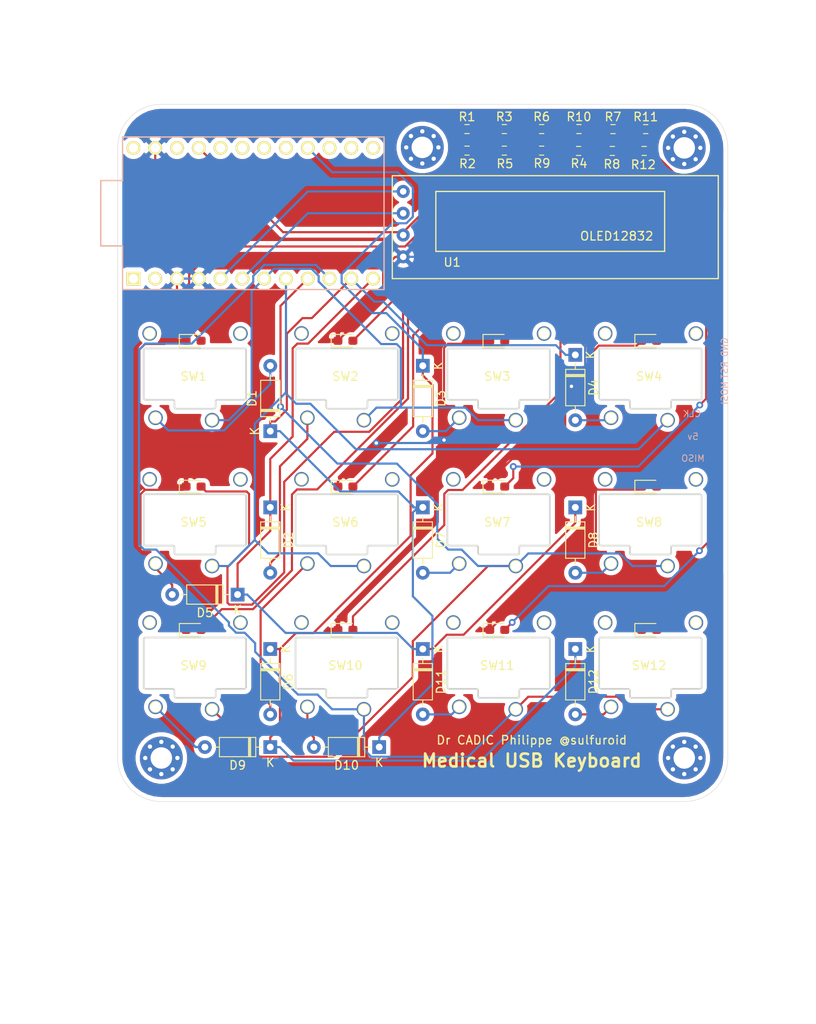
<source format=kicad_pcb>
(kicad_pcb (version 20171130) (host pcbnew "(5.1.10)-1")
  (layers (0 F.Cu signal) (31 B.Cu signal) (34 B.Paste user) (35 F.Paste user) (36 B.SilkS user) (37 F.SilkS user) (38 B.Mask user) (39 F.Mask user) (44 Edge.Cuts user))
  (net 0 "")
  (net 1 GND)
  (net 2 "Net-(D1-Pad2)")
  (net 3 ROW0)
  (net 4 "Net-(D2-Pad2)")
  (net 5 ROW1)
  (net 6 ROW2)
  (net 7 "Net-(D3-Pad2)")
  (net 8 "Net-(D4-Pad2)")
  (net 9 "Net-(D5-Pad2)")
  (net 10 "Net-(D6-Pad2)")
  (net 11 "Net-(D7-Pad2)")
  (net 12 "Net-(D8-Pad2)")
  (net 13 "Net-(D9-Pad2)")
  (net 14 "Net-(D10-Pad2)")
  (net 15 "Net-(D11-Pad2)")
  (net 16 "Net-(D12-Pad2)")
  (net 17 SDA)
  (net 18 SCL)
  (net 19 COL0)
  (net 20 LED1)
  (net 21 COL1)
  (net 22 COL2)
  (net 23 COL3)
  (net 24 "Net-(R1-Pad2)")
  (net 25 "Net-(R2-Pad2)")
  (net 26 "Net-(R3-Pad2)")
  (net 27 "Net-(R4-Pad2)")
  (net 28 "Net-(R5-Pad2)")
  (net 29 "Net-(R6-Pad2)")
  (net 30 "Net-(R7-Pad2)")
  (net 31 "Net-(R8-Pad2)")
  (net 32 "Net-(R9-Pad2)")
  (net 33 "Net-(R10-Pad2)")
  (net 34 "Net-(R11-Pad2)")
  (net 35 "Net-(R12-Pad2)")
  (net 36 "Net-(U2-Pad24)")
  (net 37 "Net-(U2-Pad22)")
  (net 38 "Net-(U2-Pad20)")
  (net 39 "Net-(U2-Pad19)")
  (net 40 "Net-(U2-Pad18)")
  (net 41 "Net-(U2-Pad17)")
  (net 42 "Net-(U2-Pad15)")
  (net 43 "Net-(U2-Pad14)")
  (net 44 "Net-(U2-Pad13)")
  (net 45 "Net-(U2-Pad2)")
  (net 46 "Net-(U2-Pad1)")
  (module kailh-keys:KailhLP (layer F.Cu) (at 175.845 67.415)
    (fp_text reference SW1 (at 0 0.5) (layer F.SilkS))
    (fp_text value But1)
    (fp_line (start -5.617941 3.221903) (end -2.432 3.221903) (layer Edge.Cuts) (width 0.2))
    (fp_line (start -2.232 3.421903) (end -2.232 4.064) (layer Edge.Cuts) (width 0.2))
    (fp_line (start -5.617941 -2.761768) (end 5.921518 -2.761768) (layer Edge.Cuts) (width 0.2))
    (fp_line (start 6.121518 3.021903) (end 6.121518 -2.561768) (layer Edge.Cuts) (width 0.2))
    (fp_line (start -5.817941 3.021903) (end -5.817941 -2.561768) (layer Edge.Cuts) (width 0.2))
    (fp_line (start 2.56831 3.421903) (end 2.56831 4.064) (layer Edge.Cuts) (width 0.2))
    (fp_line (start -2.032 4.264) (end 2.36831 4.264) (layer Edge.Cuts) (width 0.2))
    (fp_line (start 2.76831 3.221903) (end 5.921518 3.221903) (layer Edge.Cuts) (width 0.2))
    (fp_arc (start 2.76831 3.421903) (end 2.76831 3.221903) (angle -90) (layer Edge.Cuts) (width 0.2))
    (fp_arc (start 2.36831 4.064) (end 2.36831 4.264) (angle -90) (layer Edge.Cuts) (width 0.2))
    (fp_arc (start -5.617941 -2.561768) (end -5.617941 -2.761768) (angle -90) (layer Edge.Cuts) (width 0.2))
    (fp_arc (start 5.921518 3.021903) (end 5.921518 3.221903) (angle -90) (layer Edge.Cuts) (width 0.2))
    (fp_arc (start -5.617941 3.021903) (end -5.817941 3.021903) (angle -90) (layer Edge.Cuts) (width 0.2))
    (fp_arc (start 5.921518 -2.561768) (end 6.121518 -2.561768) (angle -90) (layer Edge.Cuts) (width 0.2))
    (fp_arc (start -2.432 3.421903) (end -2.232 3.421903) (angle -90) (layer Edge.Cuts) (width 0.2))
    (fp_arc (start -2.032 4.064) (end -2.232 4.064) (angle -90) (layer Edge.Cuts) (width 0.2))
    (pad 6 smd roundrect (at -0.875 -3.6576) (size 1.05 0.95) (layers F.Cu F.Paste F.Mask) (net 1 GND))
    (pad 5 smd roundrect (at 0.875 -3.6576) (size 1.05 0.95) (layers F.Cu F.Paste F.Mask) (net 24 "Net-(R1-Pad2)"))
    (pad 2 thru_hole circle (at 2.159 5.6007) (size 1.7 1.7) (drill 1.2) (layers *.Cu *.Mask) (net 19 COL0))
    (pad 1 thru_hole circle (at -4.4323 5.3213) (size 1.7 1.7) (drill 1.2) (layers *.Cu *.Mask) (net 2 "Net-(D1-Pad2)"))
    (pad 3 thru_hole circle (at 5.461 -4.4958) (size 1.7 1.7) (drill 1.2) (layers *.Cu *.Mask))
    (pad 3 thru_hole circle (at -5.1181 -4.5085) (size 1.7 1.7) (drill 1.2) (layers *.Cu *.Mask))
  )
  (module kailh-keys:KailhLP (layer F.Cu) (at 193.545 67.415)
    (fp_text reference SW2 (at 0 0.5) (layer F.SilkS))
    (fp_text value But5)
    (fp_line (start -5.617941 3.221903) (end -2.432 3.221903) (layer Edge.Cuts) (width 0.2))
    (fp_line (start -2.232 3.421903) (end -2.232 4.064) (layer Edge.Cuts) (width 0.2))
    (fp_line (start -5.617941 -2.761768) (end 5.921518 -2.761768) (layer Edge.Cuts) (width 0.2))
    (fp_line (start 6.121518 3.021903) (end 6.121518 -2.561768) (layer Edge.Cuts) (width 0.2))
    (fp_line (start -5.817941 3.021903) (end -5.817941 -2.561768) (layer Edge.Cuts) (width 0.2))
    (fp_line (start 2.56831 3.421903) (end 2.56831 4.064) (layer Edge.Cuts) (width 0.2))
    (fp_line (start -2.032 4.264) (end 2.36831 4.264) (layer Edge.Cuts) (width 0.2))
    (fp_line (start 2.76831 3.221903) (end 5.921518 3.221903) (layer Edge.Cuts) (width 0.2))
    (fp_arc (start 2.76831 3.421903) (end 2.76831 3.221903) (angle -90) (layer Edge.Cuts) (width 0.2))
    (fp_arc (start 2.36831 4.064) (end 2.36831 4.264) (angle -90) (layer Edge.Cuts) (width 0.2))
    (fp_arc (start -5.617941 -2.561768) (end -5.617941 -2.761768) (angle -90) (layer Edge.Cuts) (width 0.2))
    (fp_arc (start 5.921518 3.021903) (end 5.921518 3.221903) (angle -90) (layer Edge.Cuts) (width 0.2))
    (fp_arc (start -5.617941 3.021903) (end -5.817941 3.021903) (angle -90) (layer Edge.Cuts) (width 0.2))
    (fp_arc (start 5.921518 -2.561768) (end 6.121518 -2.561768) (angle -90) (layer Edge.Cuts) (width 0.2))
    (fp_arc (start -2.432 3.421903) (end -2.232 3.421903) (angle -90) (layer Edge.Cuts) (width 0.2))
    (fp_arc (start -2.032 4.064) (end -2.232 4.064) (angle -90) (layer Edge.Cuts) (width 0.2))
    (pad 6 smd roundrect (at -0.875 -3.6576) (size 1.05 0.95) (layers F.Cu F.Paste F.Mask) (net 1 GND))
    (pad 5 smd roundrect (at 0.875 -3.6576) (size 1.05 0.95) (layers F.Cu F.Paste F.Mask) (net 25 "Net-(R2-Pad2)"))
    (pad 2 thru_hole circle (at 2.159 5.6007) (size 1.7 1.7) (drill 1.2) (layers *.Cu *.Mask) (net 19 COL0))
    (pad 1 thru_hole circle (at -4.4323 5.3213) (size 1.7 1.7) (drill 1.2) (layers *.Cu *.Mask) (net 4 "Net-(D2-Pad2)"))
    (pad 3 thru_hole circle (at 5.461 -4.4958) (size 1.7 1.7) (drill 1.2) (layers *.Cu *.Mask))
    (pad 3 thru_hole circle (at -5.1181 -4.5085) (size 1.7 1.7) (drill 1.2) (layers *.Cu *.Mask))
  )
  (module kailh-keys:KailhLP (layer F.Cu) (at 211.245 67.415)
    (fp_text reference SW3 (at 0 0.5) (layer F.SilkS))
    (fp_text value But9)
    (fp_line (start -5.617941 3.221903) (end -2.432 3.221903) (layer Edge.Cuts) (width 0.2))
    (fp_line (start -2.232 3.421903) (end -2.232 4.064) (layer Edge.Cuts) (width 0.2))
    (fp_line (start -5.617941 -2.761768) (end 5.921518 -2.761768) (layer Edge.Cuts) (width 0.2))
    (fp_line (start 6.121518 3.021903) (end 6.121518 -2.561768) (layer Edge.Cuts) (width 0.2))
    (fp_line (start -5.817941 3.021903) (end -5.817941 -2.561768) (layer Edge.Cuts) (width 0.2))
    (fp_line (start 2.56831 3.421903) (end 2.56831 4.064) (layer Edge.Cuts) (width 0.2))
    (fp_line (start -2.032 4.264) (end 2.36831 4.264) (layer Edge.Cuts) (width 0.2))
    (fp_line (start 2.76831 3.221903) (end 5.921518 3.221903) (layer Edge.Cuts) (width 0.2))
    (fp_arc (start 2.76831 3.421903) (end 2.76831 3.221903) (angle -90) (layer Edge.Cuts) (width 0.2))
    (fp_arc (start 2.36831 4.064) (end 2.36831 4.264) (angle -90) (layer Edge.Cuts) (width 0.2))
    (fp_arc (start -5.617941 -2.561768) (end -5.617941 -2.761768) (angle -90) (layer Edge.Cuts) (width 0.2))
    (fp_arc (start 5.921518 3.021903) (end 5.921518 3.221903) (angle -90) (layer Edge.Cuts) (width 0.2))
    (fp_arc (start -5.617941 3.021903) (end -5.817941 3.021903) (angle -90) (layer Edge.Cuts) (width 0.2))
    (fp_arc (start 5.921518 -2.561768) (end 6.121518 -2.561768) (angle -90) (layer Edge.Cuts) (width 0.2))
    (fp_arc (start -2.432 3.421903) (end -2.232 3.421903) (angle -90) (layer Edge.Cuts) (width 0.2))
    (fp_arc (start -2.032 4.064) (end -2.232 4.064) (angle -90) (layer Edge.Cuts) (width 0.2))
    (pad 6 smd roundrect (at -0.875 -3.6576) (size 1.05 0.95) (layers F.Cu F.Paste F.Mask) (net 1 GND))
    (pad 5 smd roundrect (at 0.875 -3.6576) (size 1.05 0.95) (layers F.Cu F.Paste F.Mask) (net 26 "Net-(R3-Pad2)"))
    (pad 2 thru_hole circle (at 2.159 5.6007) (size 1.7 1.7) (drill 1.2) (layers *.Cu *.Mask) (net 19 COL0))
    (pad 1 thru_hole circle (at -4.4323 5.3213) (size 1.7 1.7) (drill 1.2) (layers *.Cu *.Mask) (net 7 "Net-(D3-Pad2)"))
    (pad 3 thru_hole circle (at 5.461 -4.4958) (size 1.7 1.7) (drill 1.2) (layers *.Cu *.Mask))
    (pad 3 thru_hole circle (at -5.1181 -4.5085) (size 1.7 1.7) (drill 1.2) (layers *.Cu *.Mask))
  )
  (module kailh-keys:KailhLP (layer F.Cu) (at 228.945 67.415)
    (fp_text reference SW4 (at 0 0.5) (layer F.SilkS))
    (fp_text value But2)
    (fp_line (start -5.617941 3.221903) (end -2.432 3.221903) (layer Edge.Cuts) (width 0.2))
    (fp_line (start -2.232 3.421903) (end -2.232 4.064) (layer Edge.Cuts) (width 0.2))
    (fp_line (start -5.617941 -2.761768) (end 5.921518 -2.761768) (layer Edge.Cuts) (width 0.2))
    (fp_line (start 6.121518 3.021903) (end 6.121518 -2.561768) (layer Edge.Cuts) (width 0.2))
    (fp_line (start -5.817941 3.021903) (end -5.817941 -2.561768) (layer Edge.Cuts) (width 0.2))
    (fp_line (start 2.56831 3.421903) (end 2.56831 4.064) (layer Edge.Cuts) (width 0.2))
    (fp_line (start -2.032 4.264) (end 2.36831 4.264) (layer Edge.Cuts) (width 0.2))
    (fp_line (start 2.76831 3.221903) (end 5.921518 3.221903) (layer Edge.Cuts) (width 0.2))
    (fp_arc (start 2.76831 3.421903) (end 2.76831 3.221903) (angle -90) (layer Edge.Cuts) (width 0.2))
    (fp_arc (start 2.36831 4.064) (end 2.36831 4.264) (angle -90) (layer Edge.Cuts) (width 0.2))
    (fp_arc (start -5.617941 -2.561768) (end -5.617941 -2.761768) (angle -90) (layer Edge.Cuts) (width 0.2))
    (fp_arc (start 5.921518 3.021903) (end 5.921518 3.221903) (angle -90) (layer Edge.Cuts) (width 0.2))
    (fp_arc (start -5.617941 3.021903) (end -5.817941 3.021903) (angle -90) (layer Edge.Cuts) (width 0.2))
    (fp_arc (start 5.921518 -2.561768) (end 6.121518 -2.561768) (angle -90) (layer Edge.Cuts) (width 0.2))
    (fp_arc (start -2.432 3.421903) (end -2.232 3.421903) (angle -90) (layer Edge.Cuts) (width 0.2))
    (fp_arc (start -2.032 4.064) (end -2.232 4.064) (angle -90) (layer Edge.Cuts) (width 0.2))
    (pad 6 smd roundrect (at -0.875 -3.6576) (size 1.05 0.95) (layers F.Cu F.Paste F.Mask) (net 1 GND))
    (pad 5 smd roundrect (at 0.875 -3.6576) (size 1.05 0.95) (layers F.Cu F.Paste F.Mask) (net 27 "Net-(R4-Pad2)"))
    (pad 2 thru_hole circle (at 2.159 5.6007) (size 1.7 1.7) (drill 1.2) (layers *.Cu *.Mask) (net 21 COL1))
    (pad 1 thru_hole circle (at -4.4323 5.3213) (size 1.7 1.7) (drill 1.2) (layers *.Cu *.Mask) (net 8 "Net-(D4-Pad2)"))
    (pad 3 thru_hole circle (at 5.461 -4.4958) (size 1.7 1.7) (drill 1.2) (layers *.Cu *.Mask))
    (pad 3 thru_hole circle (at -5.1181 -4.5085) (size 1.7 1.7) (drill 1.2) (layers *.Cu *.Mask))
  )
  (module kailh-keys:KailhLP (layer F.Cu) (at 175.845 84.415)
    (fp_text reference SW5 (at 0 0.5) (layer F.SilkS))
    (fp_text value But6)
    (fp_line (start -5.617941 3.221903) (end -2.432 3.221903) (layer Edge.Cuts) (width 0.2))
    (fp_line (start -2.232 3.421903) (end -2.232 4.064) (layer Edge.Cuts) (width 0.2))
    (fp_line (start -5.617941 -2.761768) (end 5.921518 -2.761768) (layer Edge.Cuts) (width 0.2))
    (fp_line (start 6.121518 3.021903) (end 6.121518 -2.561768) (layer Edge.Cuts) (width 0.2))
    (fp_line (start -5.817941 3.021903) (end -5.817941 -2.561768) (layer Edge.Cuts) (width 0.2))
    (fp_line (start 2.56831 3.421903) (end 2.56831 4.064) (layer Edge.Cuts) (width 0.2))
    (fp_line (start -2.032 4.264) (end 2.36831 4.264) (layer Edge.Cuts) (width 0.2))
    (fp_line (start 2.76831 3.221903) (end 5.921518 3.221903) (layer Edge.Cuts) (width 0.2))
    (fp_arc (start 2.76831 3.421903) (end 2.76831 3.221903) (angle -90) (layer Edge.Cuts) (width 0.2))
    (fp_arc (start 2.36831 4.064) (end 2.36831 4.264) (angle -90) (layer Edge.Cuts) (width 0.2))
    (fp_arc (start -5.617941 -2.561768) (end -5.617941 -2.761768) (angle -90) (layer Edge.Cuts) (width 0.2))
    (fp_arc (start 5.921518 3.021903) (end 5.921518 3.221903) (angle -90) (layer Edge.Cuts) (width 0.2))
    (fp_arc (start -5.617941 3.021903) (end -5.817941 3.021903) (angle -90) (layer Edge.Cuts) (width 0.2))
    (fp_arc (start 5.921518 -2.561768) (end 6.121518 -2.561768) (angle -90) (layer Edge.Cuts) (width 0.2))
    (fp_arc (start -2.432 3.421903) (end -2.232 3.421903) (angle -90) (layer Edge.Cuts) (width 0.2))
    (fp_arc (start -2.032 4.064) (end -2.232 4.064) (angle -90) (layer Edge.Cuts) (width 0.2))
    (pad 6 smd roundrect (at -0.875 -3.6576) (size 1.05 0.95) (layers F.Cu F.Paste F.Mask) (net 1 GND))
    (pad 5 smd roundrect (at 0.875 -3.6576) (size 1.05 0.95) (layers F.Cu F.Paste F.Mask) (net 28 "Net-(R5-Pad2)"))
    (pad 2 thru_hole circle (at 2.159 5.6007) (size 1.7 1.7) (drill 1.2) (layers *.Cu *.Mask) (net 21 COL1))
    (pad 1 thru_hole circle (at -4.4323 5.3213) (size 1.7 1.7) (drill 1.2) (layers *.Cu *.Mask) (net 9 "Net-(D5-Pad2)"))
    (pad 3 thru_hole circle (at 5.461 -4.4958) (size 1.7 1.7) (drill 1.2) (layers *.Cu *.Mask))
    (pad 3 thru_hole circle (at -5.1181 -4.5085) (size 1.7 1.7) (drill 1.2) (layers *.Cu *.Mask))
  )
  (module kailh-keys:KailhLP (layer F.Cu) (at 193.545 84.415)
    (fp_text reference SW6 (at 0 0.5) (layer F.SilkS))
    (fp_text value But10)
    (fp_line (start -5.617941 3.221903) (end -2.432 3.221903) (layer Edge.Cuts) (width 0.2))
    (fp_line (start -2.232 3.421903) (end -2.232 4.064) (layer Edge.Cuts) (width 0.2))
    (fp_line (start -5.617941 -2.761768) (end 5.921518 -2.761768) (layer Edge.Cuts) (width 0.2))
    (fp_line (start 6.121518 3.021903) (end 6.121518 -2.561768) (layer Edge.Cuts) (width 0.2))
    (fp_line (start -5.817941 3.021903) (end -5.817941 -2.561768) (layer Edge.Cuts) (width 0.2))
    (fp_line (start 2.56831 3.421903) (end 2.56831 4.064) (layer Edge.Cuts) (width 0.2))
    (fp_line (start -2.032 4.264) (end 2.36831 4.264) (layer Edge.Cuts) (width 0.2))
    (fp_line (start 2.76831 3.221903) (end 5.921518 3.221903) (layer Edge.Cuts) (width 0.2))
    (fp_arc (start 2.76831 3.421903) (end 2.76831 3.221903) (angle -90) (layer Edge.Cuts) (width 0.2))
    (fp_arc (start 2.36831 4.064) (end 2.36831 4.264) (angle -90) (layer Edge.Cuts) (width 0.2))
    (fp_arc (start -5.617941 -2.561768) (end -5.617941 -2.761768) (angle -90) (layer Edge.Cuts) (width 0.2))
    (fp_arc (start 5.921518 3.021903) (end 5.921518 3.221903) (angle -90) (layer Edge.Cuts) (width 0.2))
    (fp_arc (start -5.617941 3.021903) (end -5.817941 3.021903) (angle -90) (layer Edge.Cuts) (width 0.2))
    (fp_arc (start 5.921518 -2.561768) (end 6.121518 -2.561768) (angle -90) (layer Edge.Cuts) (width 0.2))
    (fp_arc (start -2.432 3.421903) (end -2.232 3.421903) (angle -90) (layer Edge.Cuts) (width 0.2))
    (fp_arc (start -2.032 4.064) (end -2.232 4.064) (angle -90) (layer Edge.Cuts) (width 0.2))
    (pad 6 smd roundrect (at -0.875 -3.6576) (size 1.05 0.95) (layers F.Cu F.Paste F.Mask) (net 1 GND))
    (pad 5 smd roundrect (at 0.875 -3.6576) (size 1.05 0.95) (layers F.Cu F.Paste F.Mask) (net 29 "Net-(R6-Pad2)"))
    (pad 2 thru_hole circle (at 2.159 5.6007) (size 1.7 1.7) (drill 1.2) (layers *.Cu *.Mask) (net 21 COL1))
    (pad 1 thru_hole circle (at -4.4323 5.3213) (size 1.7 1.7) (drill 1.2) (layers *.Cu *.Mask) (net 10 "Net-(D6-Pad2)"))
    (pad 3 thru_hole circle (at 5.461 -4.4958) (size 1.7 1.7) (drill 1.2) (layers *.Cu *.Mask))
    (pad 3 thru_hole circle (at -5.1181 -4.5085) (size 1.7 1.7) (drill 1.2) (layers *.Cu *.Mask))
  )
  (module kailh-keys:KailhLP (layer F.Cu) (at 211.245 84.415)
    (fp_text reference SW7 (at 0 0.5) (layer F.SilkS))
    (fp_text value But3)
    (fp_line (start -5.617941 3.221903) (end -2.432 3.221903) (layer Edge.Cuts) (width 0.2))
    (fp_line (start -2.232 3.421903) (end -2.232 4.064) (layer Edge.Cuts) (width 0.2))
    (fp_line (start -5.617941 -2.761768) (end 5.921518 -2.761768) (layer Edge.Cuts) (width 0.2))
    (fp_line (start 6.121518 3.021903) (end 6.121518 -2.561768) (layer Edge.Cuts) (width 0.2))
    (fp_line (start -5.817941 3.021903) (end -5.817941 -2.561768) (layer Edge.Cuts) (width 0.2))
    (fp_line (start 2.56831 3.421903) (end 2.56831 4.064) (layer Edge.Cuts) (width 0.2))
    (fp_line (start -2.032 4.264) (end 2.36831 4.264) (layer Edge.Cuts) (width 0.2))
    (fp_line (start 2.76831 3.221903) (end 5.921518 3.221903) (layer Edge.Cuts) (width 0.2))
    (fp_arc (start 2.76831 3.421903) (end 2.76831 3.221903) (angle -90) (layer Edge.Cuts) (width 0.2))
    (fp_arc (start 2.36831 4.064) (end 2.36831 4.264) (angle -90) (layer Edge.Cuts) (width 0.2))
    (fp_arc (start -5.617941 -2.561768) (end -5.617941 -2.761768) (angle -90) (layer Edge.Cuts) (width 0.2))
    (fp_arc (start 5.921518 3.021903) (end 5.921518 3.221903) (angle -90) (layer Edge.Cuts) (width 0.2))
    (fp_arc (start -5.617941 3.021903) (end -5.817941 3.021903) (angle -90) (layer Edge.Cuts) (width 0.2))
    (fp_arc (start 5.921518 -2.561768) (end 6.121518 -2.561768) (angle -90) (layer Edge.Cuts) (width 0.2))
    (fp_arc (start -2.432 3.421903) (end -2.232 3.421903) (angle -90) (layer Edge.Cuts) (width 0.2))
    (fp_arc (start -2.032 4.064) (end -2.232 4.064) (angle -90) (layer Edge.Cuts) (width 0.2))
    (pad 6 smd roundrect (at -0.875 -3.6576) (size 1.05 0.95) (layers F.Cu F.Paste F.Mask) (net 1 GND))
    (pad 5 smd roundrect (at 0.875 -3.6576) (size 1.05 0.95) (layers F.Cu F.Paste F.Mask) (net 30 "Net-(R7-Pad2)"))
    (pad 2 thru_hole circle (at 2.159 5.6007) (size 1.7 1.7) (drill 1.2) (layers *.Cu *.Mask) (net 22 COL2))
    (pad 1 thru_hole circle (at -4.4323 5.3213) (size 1.7 1.7) (drill 1.2) (layers *.Cu *.Mask) (net 11 "Net-(D7-Pad2)"))
    (pad 3 thru_hole circle (at 5.461 -4.4958) (size 1.7 1.7) (drill 1.2) (layers *.Cu *.Mask))
    (pad 3 thru_hole circle (at -5.1181 -4.5085) (size 1.7 1.7) (drill 1.2) (layers *.Cu *.Mask))
  )
  (module kailh-keys:KailhLP (layer F.Cu) (at 228.945 84.415)
    (fp_text reference SW8 (at 0 0.5) (layer F.SilkS))
    (fp_text value But7)
    (fp_line (start -5.617941 3.221903) (end -2.432 3.221903) (layer Edge.Cuts) (width 0.2))
    (fp_line (start -2.232 3.421903) (end -2.232 4.064) (layer Edge.Cuts) (width 0.2))
    (fp_line (start -5.617941 -2.761768) (end 5.921518 -2.761768) (layer Edge.Cuts) (width 0.2))
    (fp_line (start 6.121518 3.021903) (end 6.121518 -2.561768) (layer Edge.Cuts) (width 0.2))
    (fp_line (start -5.817941 3.021903) (end -5.817941 -2.561768) (layer Edge.Cuts) (width 0.2))
    (fp_line (start 2.56831 3.421903) (end 2.56831 4.064) (layer Edge.Cuts) (width 0.2))
    (fp_line (start -2.032 4.264) (end 2.36831 4.264) (layer Edge.Cuts) (width 0.2))
    (fp_line (start 2.76831 3.221903) (end 5.921518 3.221903) (layer Edge.Cuts) (width 0.2))
    (fp_arc (start 2.76831 3.421903) (end 2.76831 3.221903) (angle -90) (layer Edge.Cuts) (width 0.2))
    (fp_arc (start 2.36831 4.064) (end 2.36831 4.264) (angle -90) (layer Edge.Cuts) (width 0.2))
    (fp_arc (start -5.617941 -2.561768) (end -5.617941 -2.761768) (angle -90) (layer Edge.Cuts) (width 0.2))
    (fp_arc (start 5.921518 3.021903) (end 5.921518 3.221903) (angle -90) (layer Edge.Cuts) (width 0.2))
    (fp_arc (start -5.617941 3.021903) (end -5.817941 3.021903) (angle -90) (layer Edge.Cuts) (width 0.2))
    (fp_arc (start 5.921518 -2.561768) (end 6.121518 -2.561768) (angle -90) (layer Edge.Cuts) (width 0.2))
    (fp_arc (start -2.432 3.421903) (end -2.232 3.421903) (angle -90) (layer Edge.Cuts) (width 0.2))
    (fp_arc (start -2.032 4.064) (end -2.232 4.064) (angle -90) (layer Edge.Cuts) (width 0.2))
    (pad 6 smd roundrect (at -0.875 -3.6576) (size 1.05 0.95) (layers F.Cu F.Paste F.Mask) (net 1 GND))
    (pad 5 smd roundrect (at 0.875 -3.6576) (size 1.05 0.95) (layers F.Cu F.Paste F.Mask) (net 31 "Net-(R8-Pad2)"))
    (pad 2 thru_hole circle (at 2.159 5.6007) (size 1.7 1.7) (drill 1.2) (layers *.Cu *.Mask) (net 22 COL2))
    (pad 1 thru_hole circle (at -4.4323 5.3213) (size 1.7 1.7) (drill 1.2) (layers *.Cu *.Mask) (net 12 "Net-(D8-Pad2)"))
    (pad 3 thru_hole circle (at 5.461 -4.4958) (size 1.7 1.7) (drill 1.2) (layers *.Cu *.Mask))
    (pad 3 thru_hole circle (at -5.1181 -4.5085) (size 1.7 1.7) (drill 1.2) (layers *.Cu *.Mask))
  )
  (module kailh-keys:KailhLP (layer F.Cu) (at 175.845 101.115)
    (fp_text reference SW9 (at 0 0.5) (layer F.SilkS))
    (fp_text value But11)
    (fp_line (start -5.617941 3.221903) (end -2.432 3.221903) (layer Edge.Cuts) (width 0.2))
    (fp_line (start -2.232 3.421903) (end -2.232 4.064) (layer Edge.Cuts) (width 0.2))
    (fp_line (start -5.617941 -2.761768) (end 5.921518 -2.761768) (layer Edge.Cuts) (width 0.2))
    (fp_line (start 6.121518 3.021903) (end 6.121518 -2.561768) (layer Edge.Cuts) (width 0.2))
    (fp_line (start -5.817941 3.021903) (end -5.817941 -2.561768) (layer Edge.Cuts) (width 0.2))
    (fp_line (start 2.56831 3.421903) (end 2.56831 4.064) (layer Edge.Cuts) (width 0.2))
    (fp_line (start -2.032 4.264) (end 2.36831 4.264) (layer Edge.Cuts) (width 0.2))
    (fp_line (start 2.76831 3.221903) (end 5.921518 3.221903) (layer Edge.Cuts) (width 0.2))
    (fp_arc (start 2.76831 3.421903) (end 2.76831 3.221903) (angle -90) (layer Edge.Cuts) (width 0.2))
    (fp_arc (start 2.36831 4.064) (end 2.36831 4.264) (angle -90) (layer Edge.Cuts) (width 0.2))
    (fp_arc (start -5.617941 -2.561768) (end -5.617941 -2.761768) (angle -90) (layer Edge.Cuts) (width 0.2))
    (fp_arc (start 5.921518 3.021903) (end 5.921518 3.221903) (angle -90) (layer Edge.Cuts) (width 0.2))
    (fp_arc (start -5.617941 3.021903) (end -5.817941 3.021903) (angle -90) (layer Edge.Cuts) (width 0.2))
    (fp_arc (start 5.921518 -2.561768) (end 6.121518 -2.561768) (angle -90) (layer Edge.Cuts) (width 0.2))
    (fp_arc (start -2.432 3.421903) (end -2.232 3.421903) (angle -90) (layer Edge.Cuts) (width 0.2))
    (fp_arc (start -2.032 4.064) (end -2.232 4.064) (angle -90) (layer Edge.Cuts) (width 0.2))
    (pad 6 smd roundrect (at -0.875 -3.6576) (size 1.05 0.95) (layers F.Cu F.Paste F.Mask) (net 1 GND))
    (pad 5 smd roundrect (at 0.875 -3.6576) (size 1.05 0.95) (layers F.Cu F.Paste F.Mask) (net 32 "Net-(R9-Pad2)"))
    (pad 2 thru_hole circle (at 2.159 5.6007) (size 1.7 1.7) (drill 1.2) (layers *.Cu *.Mask) (net 22 COL2))
    (pad 1 thru_hole circle (at -4.4323 5.3213) (size 1.7 1.7) (drill 1.2) (layers *.Cu *.Mask) (net 13 "Net-(D9-Pad2)"))
    (pad 3 thru_hole circle (at 5.461 -4.4958) (size 1.7 1.7) (drill 1.2) (layers *.Cu *.Mask))
    (pad 3 thru_hole circle (at -5.1181 -4.5085) (size 1.7 1.7) (drill 1.2) (layers *.Cu *.Mask))
  )
  (module kailh-keys:KailhLP (layer F.Cu) (at 193.545 101.115)
    (fp_text reference SW10 (at 0 0.5) (layer F.SilkS))
    (fp_text value But4)
    (fp_line (start -5.617941 3.221903) (end -2.432 3.221903) (layer Edge.Cuts) (width 0.2))
    (fp_line (start -2.232 3.421903) (end -2.232 4.064) (layer Edge.Cuts) (width 0.2))
    (fp_line (start -5.617941 -2.761768) (end 5.921518 -2.761768) (layer Edge.Cuts) (width 0.2))
    (fp_line (start 6.121518 3.021903) (end 6.121518 -2.561768) (layer Edge.Cuts) (width 0.2))
    (fp_line (start -5.817941 3.021903) (end -5.817941 -2.561768) (layer Edge.Cuts) (width 0.2))
    (fp_line (start 2.56831 3.421903) (end 2.56831 4.064) (layer Edge.Cuts) (width 0.2))
    (fp_line (start -2.032 4.264) (end 2.36831 4.264) (layer Edge.Cuts) (width 0.2))
    (fp_line (start 2.76831 3.221903) (end 5.921518 3.221903) (layer Edge.Cuts) (width 0.2))
    (fp_arc (start 2.76831 3.421903) (end 2.76831 3.221903) (angle -90) (layer Edge.Cuts) (width 0.2))
    (fp_arc (start 2.36831 4.064) (end 2.36831 4.264) (angle -90) (layer Edge.Cuts) (width 0.2))
    (fp_arc (start -5.617941 -2.561768) (end -5.617941 -2.761768) (angle -90) (layer Edge.Cuts) (width 0.2))
    (fp_arc (start 5.921518 3.021903) (end 5.921518 3.221903) (angle -90) (layer Edge.Cuts) (width 0.2))
    (fp_arc (start -5.617941 3.021903) (end -5.817941 3.021903) (angle -90) (layer Edge.Cuts) (width 0.2))
    (fp_arc (start 5.921518 -2.561768) (end 6.121518 -2.561768) (angle -90) (layer Edge.Cuts) (width 0.2))
    (fp_arc (start -2.432 3.421903) (end -2.232 3.421903) (angle -90) (layer Edge.Cuts) (width 0.2))
    (fp_arc (start -2.032 4.064) (end -2.232 4.064) (angle -90) (layer Edge.Cuts) (width 0.2))
    (pad 6 smd roundrect (at -0.875 -3.6576) (size 1.05 0.95) (layers F.Cu F.Paste F.Mask) (net 1 GND))
    (pad 5 smd roundrect (at 0.875 -3.6576) (size 1.05 0.95) (layers F.Cu F.Paste F.Mask) (net 33 "Net-(R10-Pad2)"))
    (pad 2 thru_hole circle (at 2.159 5.6007) (size 1.7 1.7) (drill 1.2) (layers *.Cu *.Mask) (net 23 COL3))
    (pad 1 thru_hole circle (at -4.4323 5.3213) (size 1.7 1.7) (drill 1.2) (layers *.Cu *.Mask) (net 14 "Net-(D10-Pad2)"))
    (pad 3 thru_hole circle (at 5.461 -4.4958) (size 1.7 1.7) (drill 1.2) (layers *.Cu *.Mask))
    (pad 3 thru_hole circle (at -5.1181 -4.5085) (size 1.7 1.7) (drill 1.2) (layers *.Cu *.Mask))
  )
  (module kailh-keys:KailhLP (layer F.Cu) (at 211.245 101.115)
    (fp_text reference SW11 (at 0 0.5) (layer F.SilkS))
    (fp_text value But8)
    (fp_line (start -5.617941 3.221903) (end -2.432 3.221903) (layer Edge.Cuts) (width 0.2))
    (fp_line (start -2.232 3.421903) (end -2.232 4.064) (layer Edge.Cuts) (width 0.2))
    (fp_line (start -5.617941 -2.761768) (end 5.921518 -2.761768) (layer Edge.Cuts) (width 0.2))
    (fp_line (start 6.121518 3.021903) (end 6.121518 -2.561768) (layer Edge.Cuts) (width 0.2))
    (fp_line (start -5.817941 3.021903) (end -5.817941 -2.561768) (layer Edge.Cuts) (width 0.2))
    (fp_line (start 2.56831 3.421903) (end 2.56831 4.064) (layer Edge.Cuts) (width 0.2))
    (fp_line (start -2.032 4.264) (end 2.36831 4.264) (layer Edge.Cuts) (width 0.2))
    (fp_line (start 2.76831 3.221903) (end 5.921518 3.221903) (layer Edge.Cuts) (width 0.2))
    (fp_arc (start 2.76831 3.421903) (end 2.76831 3.221903) (angle -90) (layer Edge.Cuts) (width 0.2))
    (fp_arc (start 2.36831 4.064) (end 2.36831 4.264) (angle -90) (layer Edge.Cuts) (width 0.2))
    (fp_arc (start -5.617941 -2.561768) (end -5.617941 -2.761768) (angle -90) (layer Edge.Cuts) (width 0.2))
    (fp_arc (start 5.921518 3.021903) (end 5.921518 3.221903) (angle -90) (layer Edge.Cuts) (width 0.2))
    (fp_arc (start -5.617941 3.021903) (end -5.817941 3.021903) (angle -90) (layer Edge.Cuts) (width 0.2))
    (fp_arc (start 5.921518 -2.561768) (end 6.121518 -2.561768) (angle -90) (layer Edge.Cuts) (width 0.2))
    (fp_arc (start -2.432 3.421903) (end -2.232 3.421903) (angle -90) (layer Edge.Cuts) (width 0.2))
    (fp_arc (start -2.032 4.064) (end -2.232 4.064) (angle -90) (layer Edge.Cuts) (width 0.2))
    (pad 6 smd roundrect (at -0.875 -3.6576) (size 1.05 0.95) (layers F.Cu F.Paste F.Mask) (net 1 GND))
    (pad 5 smd roundrect (at 0.875 -3.6576) (size 1.05 0.95) (layers F.Cu F.Paste F.Mask) (net 34 "Net-(R11-Pad2)"))
    (pad 2 thru_hole circle (at 2.159 5.6007) (size 1.7 1.7) (drill 1.2) (layers *.Cu *.Mask) (net 23 COL3))
    (pad 1 thru_hole circle (at -4.4323 5.3213) (size 1.7 1.7) (drill 1.2) (layers *.Cu *.Mask) (net 15 "Net-(D11-Pad2)"))
    (pad 3 thru_hole circle (at 5.461 -4.4958) (size 1.7 1.7) (drill 1.2) (layers *.Cu *.Mask))
    (pad 3 thru_hole circle (at -5.1181 -4.5085) (size 1.7 1.7) (drill 1.2) (layers *.Cu *.Mask))
  )
  (module kailh-keys:KailhLP (layer F.Cu) (at 228.945 101.115)
    (fp_text reference SW12 (at 0 0.5) (layer F.SilkS))
    (fp_text value But12)
    (fp_line (start -5.617941 3.221903) (end -2.432 3.221903) (layer Edge.Cuts) (width 0.2))
    (fp_line (start -2.232 3.421903) (end -2.232 4.064) (layer Edge.Cuts) (width 0.2))
    (fp_line (start -5.617941 -2.761768) (end 5.921518 -2.761768) (layer Edge.Cuts) (width 0.2))
    (fp_line (start 6.121518 3.021903) (end 6.121518 -2.561768) (layer Edge.Cuts) (width 0.2))
    (fp_line (start -5.817941 3.021903) (end -5.817941 -2.561768) (layer Edge.Cuts) (width 0.2))
    (fp_line (start 2.56831 3.421903) (end 2.56831 4.064) (layer Edge.Cuts) (width 0.2))
    (fp_line (start -2.032 4.264) (end 2.36831 4.264) (layer Edge.Cuts) (width 0.2))
    (fp_line (start 2.76831 3.221903) (end 5.921518 3.221903) (layer Edge.Cuts) (width 0.2))
    (fp_arc (start 2.76831 3.421903) (end 2.76831 3.221903) (angle -90) (layer Edge.Cuts) (width 0.2))
    (fp_arc (start 2.36831 4.064) (end 2.36831 4.264) (angle -90) (layer Edge.Cuts) (width 0.2))
    (fp_arc (start -5.617941 -2.561768) (end -5.617941 -2.761768) (angle -90) (layer Edge.Cuts) (width 0.2))
    (fp_arc (start 5.921518 3.021903) (end 5.921518 3.221903) (angle -90) (layer Edge.Cuts) (width 0.2))
    (fp_arc (start -5.617941 3.021903) (end -5.817941 3.021903) (angle -90) (layer Edge.Cuts) (width 0.2))
    (fp_arc (start 5.921518 -2.561768) (end 6.121518 -2.561768) (angle -90) (layer Edge.Cuts) (width 0.2))
    (fp_arc (start -2.432 3.421903) (end -2.232 3.421903) (angle -90) (layer Edge.Cuts) (width 0.2))
    (fp_arc (start -2.032 4.064) (end -2.232 4.064) (angle -90) (layer Edge.Cuts) (width 0.2))
    (pad 6 smd roundrect (at -0.875 -3.6576) (size 1.05 0.95) (layers F.Cu F.Paste F.Mask) (net 1 GND))
    (pad 5 smd roundrect (at 0.875 -3.6576) (size 1.05 0.95) (layers F.Cu F.Paste F.Mask) (net 35 "Net-(R12-Pad2)"))
    (pad 2 thru_hole circle (at 2.159 5.6007) (size 1.7 1.7) (drill 1.2) (layers *.Cu *.Mask) (net 23 COL3))
    (pad 1 thru_hole circle (at -4.4323 5.3213) (size 1.7 1.7) (drill 1.2) (layers *.Cu *.Mask) (net 16 "Net-(D12-Pad2)"))
    (pad 3 thru_hole circle (at 5.461 -4.4958) (size 1.7 1.7) (drill 1.2) (layers *.Cu *.Mask))
    (pad 3 thru_hole circle (at -5.1181 -4.5085) (size 1.7 1.7) (drill 1.2) (layers *.Cu *.Mask))
  )
  (module Diode_THT:D_DO-35_SOD27_P7.62mm_Horizontal (layer F.Cu) (at 184.785 74.295 90)
    (fp_text reference D1 (at 3.81 -2.12 90) (layer F.SilkS))
    (fp_text value 1N4148W)
    (fp_text user K (at 0 -1.8 90) (layer F.SilkS))
    (pad 2 thru_hole oval (at 7.62 0 90) (size 1.6 1.6) (drill 0.8) (layers *.Cu *.Mask) (net 2 "Net-(D1-Pad2)"))
    (pad 1 thru_hole rect (at 0 0 90) (size 1.6 1.6) (drill 0.8) (layers *.Cu *.Mask) (net 3 ROW0))
  )
  (module Diode_THT:D_DO-35_SOD27_P7.62mm_Horizontal (layer F.Cu) (at 184.785 83.185 270)
    (fp_text reference D2 (at 3.81 -2.12 90) (layer F.SilkS))
    (fp_text value 1N4148W)
    (fp_text user K (at 0 -1.8 90) (layer F.SilkS))
    (pad 2 thru_hole oval (at 7.62 0 270) (size 1.6 1.6) (drill 0.8) (layers *.Cu *.Mask) (net 4 "Net-(D2-Pad2)"))
    (pad 1 thru_hole rect (at 0 0 270) (size 1.6 1.6) (drill 0.8) (layers *.Cu *.Mask) (net 5 ROW1))
  )
  (module Diode_THT:D_DO-35_SOD27_P7.62mm_Horizontal (layer F.Cu) (at 202.565 66.675 270)
    (fp_text reference D3 (at 3.81 -2.12 90) (layer F.SilkS))
    (fp_text value 1N4148W)
    (fp_text user K (at 0 -1.8 90) (layer F.SilkS))
    (pad 1 thru_hole rect (at 0 0 270) (size 1.6 1.6) (drill 0.8) (layers *.Cu *.Mask) (net 6 ROW2))
    (pad 2 thru_hole oval (at 7.62 0 270) (size 1.6 1.6) (drill 0.8) (layers *.Cu *.Mask) (net 7 "Net-(D3-Pad2)"))
  )
  (module Diode_THT:D_DO-35_SOD27_P7.62mm_Horizontal (layer F.Cu) (at 220.345 65.405 270)
    (fp_text reference D4 (at 3.81 -2.12 90) (layer F.SilkS))
    (fp_text value 1N4148W)
    (fp_text user K (at 0 -1.8 90) (layer F.SilkS))
    (pad 1 thru_hole rect (at 0 0 270) (size 1.6 1.6) (drill 0.8) (layers *.Cu *.Mask) (net 3 ROW0))
    (pad 2 thru_hole oval (at 7.62 0 270) (size 1.6 1.6) (drill 0.8) (layers *.Cu *.Mask) (net 8 "Net-(D4-Pad2)"))
  )
  (module Diode_THT:D_DO-35_SOD27_P7.62mm_Horizontal (layer F.Cu) (at 180.975 93.345 180)
    (fp_text reference D5 (at 3.81 -2.12) (layer F.SilkS))
    (fp_text value 1N4148W)
    (fp_text user K (at 0 -1.8) (layer F.SilkS))
    (pad 1 thru_hole rect (at 0 0 180) (size 1.6 1.6) (drill 0.8) (layers *.Cu *.Mask) (net 5 ROW1))
    (pad 2 thru_hole oval (at 7.62 0 180) (size 1.6 1.6) (drill 0.8) (layers *.Cu *.Mask) (net 9 "Net-(D5-Pad2)"))
  )
  (module Diode_THT:D_DO-35_SOD27_P7.62mm_Horizontal (layer F.Cu) (at 184.785 99.695 270)
    (fp_text reference D6 (at 3.81 -2.12 90) (layer F.SilkS))
    (fp_text value 1N4148W)
    (fp_text user K (at 0 -1.8 90) (layer F.SilkS))
    (pad 2 thru_hole oval (at 7.62 0 270) (size 1.6 1.6) (drill 0.8) (layers *.Cu *.Mask) (net 10 "Net-(D6-Pad2)"))
    (pad 1 thru_hole rect (at 0 0 270) (size 1.6 1.6) (drill 0.8) (layers *.Cu *.Mask) (net 6 ROW2))
  )
  (module Diode_THT:D_DO-35_SOD27_P7.62mm_Horizontal (layer F.Cu) (at 202.565 83.185 270)
    (fp_text reference D7 (at 3.81 -2.12 90) (layer F.SilkS))
    (fp_text value 1N4148W)
    (fp_text user K (at 0 -1.8 90) (layer F.SilkS))
    (pad 2 thru_hole oval (at 7.62 0 270) (size 1.6 1.6) (drill 0.8) (layers *.Cu *.Mask) (net 11 "Net-(D7-Pad2)"))
    (pad 1 thru_hole rect (at 0 0 270) (size 1.6 1.6) (drill 0.8) (layers *.Cu *.Mask) (net 3 ROW0))
  )
  (module Diode_THT:D_DO-35_SOD27_P7.62mm_Horizontal (layer F.Cu) (at 220.345 83.185 270)
    (fp_text reference D8 (at 3.81 -2.12 90) (layer F.SilkS))
    (fp_text value 1N4148W)
    (fp_text user K (at 0 -1.8 90) (layer F.SilkS))
    (pad 1 thru_hole rect (at 0 0 270) (size 1.6 1.6) (drill 0.8) (layers *.Cu *.Mask) (net 5 ROW1))
    (pad 2 thru_hole oval (at 7.62 0 270) (size 1.6 1.6) (drill 0.8) (layers *.Cu *.Mask) (net 12 "Net-(D8-Pad2)"))
  )
  (module Diode_THT:D_DO-35_SOD27_P7.62mm_Horizontal (layer F.Cu) (at 184.785 111.125 180)
    (fp_text reference D9 (at 3.81 -2.12) (layer F.SilkS))
    (fp_text value 1N4148W)
    (fp_text user K (at 0 -1.8) (layer F.SilkS))
    (pad 2 thru_hole oval (at 7.62 0 180) (size 1.6 1.6) (drill 0.8) (layers *.Cu *.Mask) (net 13 "Net-(D9-Pad2)"))
    (pad 1 thru_hole rect (at 0 0 180) (size 1.6 1.6) (drill 0.8) (layers *.Cu *.Mask) (net 6 ROW2))
  )
  (module Diode_THT:D_DO-35_SOD27_P7.62mm_Horizontal (layer F.Cu) (at 197.485 111.125 180)
    (fp_text reference D10 (at 3.81 -2.12) (layer F.SilkS))
    (fp_text value 1N4148W)
    (fp_text user K (at 0 -1.8) (layer F.SilkS))
    (pad 1 thru_hole rect (at 0 0 180) (size 1.6 1.6) (drill 0.8) (layers *.Cu *.Mask) (net 3 ROW0))
    (pad 2 thru_hole oval (at 7.62 0 180) (size 1.6 1.6) (drill 0.8) (layers *.Cu *.Mask) (net 14 "Net-(D10-Pad2)"))
  )
  (module Diode_THT:D_DO-35_SOD27_P7.62mm_Horizontal (layer F.Cu) (at 202.565 99.695 270)
    (fp_text reference D11 (at 3.81 -2.12 90) (layer F.SilkS))
    (fp_text value 1N4148W)
    (fp_text user K (at 0 -1.8 90) (layer F.SilkS))
    (pad 1 thru_hole rect (at 0 0 270) (size 1.6 1.6) (drill 0.8) (layers *.Cu *.Mask) (net 5 ROW1))
    (pad 2 thru_hole oval (at 7.62 0 270) (size 1.6 1.6) (drill 0.8) (layers *.Cu *.Mask) (net 15 "Net-(D11-Pad2)"))
  )
  (module Diode_THT:D_DO-35_SOD27_P7.62mm_Horizontal (layer F.Cu) (at 220.345 99.695 270)
    (fp_text reference D12 (at 3.81 -2.12 90) (layer F.SilkS))
    (fp_text value 1N4148W)
    (fp_text user K (at 0 -1.8 90) (layer F.SilkS))
    (pad 2 thru_hole oval (at 7.62 0 270) (size 1.6 1.6) (drill 0.8) (layers *.Cu *.Mask) (net 16 "Net-(D12-Pad2)"))
    (pad 1 thru_hole rect (at 0 0 270) (size 1.6 1.6) (drill 0.8) (layers *.Cu *.Mask) (net 6 ROW2))
  )
  (module MountingHole:MountingHole_2.5mm_Pad_Via (layer F.Cu) (at 172.085 112.395)
    (fp_text reference H1 hide)
    (fp_text value MountingHole)
    (pad 1 thru_hole circle (at 0 0) (size 5 5) (drill 2.5) (layers *.Cu *.Mask))
    (pad 1 thru_hole circle (at 1.875 0) (size 0.8 0.8) (drill 0.5) (layers *.Cu *.Mask))
    (pad 1 thru_hole circle (at 1.325825 1.325825) (size 0.8 0.8) (drill 0.5) (layers *.Cu *.Mask))
    (pad 1 thru_hole circle (at 0 1.875) (size 0.8 0.8) (drill 0.5) (layers *.Cu *.Mask))
    (pad 1 thru_hole circle (at -1.325825 1.325825) (size 0.8 0.8) (drill 0.5) (layers *.Cu *.Mask))
    (pad 1 thru_hole circle (at -1.875 0) (size 0.8 0.8) (drill 0.5) (layers *.Cu *.Mask))
    (pad 1 thru_hole circle (at -1.325825 -1.325825) (size 0.8 0.8) (drill 0.5) (layers *.Cu *.Mask))
    (pad 1 thru_hole circle (at 0 -1.875) (size 0.8 0.8) (drill 0.5) (layers *.Cu *.Mask))
    (pad 1 thru_hole circle (at 1.325825 -1.325825) (size 0.8 0.8) (drill 0.5) (layers *.Cu *.Mask))
  )
  (module MountingHole:MountingHole_2.5mm_Pad_Via (layer F.Cu) (at 233.045 112.395)
    (fp_text reference H2 hide)
    (fp_text value MountingHole)
    (pad 1 thru_hole circle (at 0 0) (size 5 5) (drill 2.5) (layers *.Cu *.Mask))
    (pad 1 thru_hole circle (at 1.875 0) (size 0.8 0.8) (drill 0.5) (layers *.Cu *.Mask))
    (pad 1 thru_hole circle (at 1.325825 1.325825) (size 0.8 0.8) (drill 0.5) (layers *.Cu *.Mask))
    (pad 1 thru_hole circle (at 0 1.875) (size 0.8 0.8) (drill 0.5) (layers *.Cu *.Mask))
    (pad 1 thru_hole circle (at -1.325825 1.325825) (size 0.8 0.8) (drill 0.5) (layers *.Cu *.Mask))
    (pad 1 thru_hole circle (at -1.875 0) (size 0.8 0.8) (drill 0.5) (layers *.Cu *.Mask))
    (pad 1 thru_hole circle (at -1.325825 -1.325825) (size 0.8 0.8) (drill 0.5) (layers *.Cu *.Mask))
    (pad 1 thru_hole circle (at 0 -1.875) (size 0.8 0.8) (drill 0.5) (layers *.Cu *.Mask))
    (pad 1 thru_hole circle (at 1.325825 -1.325825) (size 0.8 0.8) (drill 0.5) (layers *.Cu *.Mask))
  )
  (module MountingHole:MountingHole_2.5mm_Pad_Via (layer F.Cu) (at 233.045 41.275)
    (fp_text reference H3 hide)
    (fp_text value MountingHole)
    (pad 1 thru_hole circle (at 1.325825 -1.325825) (size 0.8 0.8) (drill 0.5) (layers *.Cu *.Mask))
    (pad 1 thru_hole circle (at 0 -1.875) (size 0.8 0.8) (drill 0.5) (layers *.Cu *.Mask))
    (pad 1 thru_hole circle (at -1.325825 -1.325825) (size 0.8 0.8) (drill 0.5) (layers *.Cu *.Mask))
    (pad 1 thru_hole circle (at -1.875 0) (size 0.8 0.8) (drill 0.5) (layers *.Cu *.Mask))
    (pad 1 thru_hole circle (at -1.325825 1.325825) (size 0.8 0.8) (drill 0.5) (layers *.Cu *.Mask))
    (pad 1 thru_hole circle (at 0 1.875) (size 0.8 0.8) (drill 0.5) (layers *.Cu *.Mask))
    (pad 1 thru_hole circle (at 1.325825 1.325825) (size 0.8 0.8) (drill 0.5) (layers *.Cu *.Mask))
    (pad 1 thru_hole circle (at 1.875 0) (size 0.8 0.8) (drill 0.5) (layers *.Cu *.Mask))
    (pad 1 thru_hole circle (at 0 0) (size 5 5) (drill 2.5) (layers *.Cu *.Mask))
  )
  (module MountingHole:MountingHole_2.5mm_Pad_Via (layer F.Cu) (at 202.509 41.2192)
    (fp_text reference H4 hide)
    (fp_text value MountingHole)
    (pad 1 thru_hole circle (at 1.325825 -1.325825) (size 0.8 0.8) (drill 0.5) (layers *.Cu *.Mask))
    (pad 1 thru_hole circle (at 0 -1.875) (size 0.8 0.8) (drill 0.5) (layers *.Cu *.Mask))
    (pad 1 thru_hole circle (at -1.325825 -1.325825) (size 0.8 0.8) (drill 0.5) (layers *.Cu *.Mask))
    (pad 1 thru_hole circle (at -1.875 0) (size 0.8 0.8) (drill 0.5) (layers *.Cu *.Mask))
    (pad 1 thru_hole circle (at -1.325825 1.325825) (size 0.8 0.8) (drill 0.5) (layers *.Cu *.Mask))
    (pad 1 thru_hole circle (at 0 1.875) (size 0.8 0.8) (drill 0.5) (layers *.Cu *.Mask))
    (pad 1 thru_hole circle (at 1.325825 1.325825) (size 0.8 0.8) (drill 0.5) (layers *.Cu *.Mask))
    (pad 1 thru_hole circle (at 1.875 0) (size 0.8 0.8) (drill 0.5) (layers *.Cu *.Mask))
    (pad 1 thru_hole circle (at 0 0) (size 5 5) (drill 2.5) (layers *.Cu *.Mask))
  )
  (module 18650:OLED-0.91-128x32 (layer F.Cu) (at 199.009 56.515)
    (fp_text reference U1 (at 6.985 -1.905) (layer F.SilkS))
    (fp_text value OLED12832 (at 26.162 -4.953) (layer F.SilkS))
    (pad 4 thru_hole circle (at 1.27 -2.54) (size 1.524 1.524) (drill 0.762) (layers *.Cu *.Mask) (net 1 GND))
    (pad 3 thru_hole circle (at 1.27 -5.08) (size 1.524 1.524) (drill 0.762) (layers *.Cu *.Mask) (net 20 LED1))
    (pad 2 thru_hole circle (at 1.27 -7.62) (size 1.524 1.524) (drill 0.762) (layers *.Cu *.Mask) (net 18 SCL))
    (pad 1 thru_hole circle (at 1.27 -10.16) (size 1.524 1.524) (drill 0.762) (layers *.Cu *.Mask) (net 17 SDA))
  )
  (module 27sharp:ProMicro (layer F.Cu) (at 182.804 48.895)
    (fp_text reference U2 hide)
    (fp_text value ProMicro)
    (pad 24 thru_hole circle (at -13.97 -7.62) (size 1.6 1.6) (drill 1.1) (layers *.Cu *.Mask F.SilkS) (net 36 "Net-(U2-Pad24)"))
    (pad 23 thru_hole circle (at -11.43 -7.62) (size 1.6 1.6) (drill 1.1) (layers *.Cu *.Mask F.SilkS) (net 1 GND))
    (pad 22 thru_hole circle (at -8.89 -7.62) (size 1.6 1.6) (drill 1.1) (layers *.Cu *.Mask F.SilkS) (net 37 "Net-(U2-Pad22)"))
    (pad 21 thru_hole circle (at -6.35 -7.62) (size 1.6 1.6) (drill 1.1) (layers *.Cu *.Mask F.SilkS) (net 20 LED1))
    (pad 20 thru_hole circle (at -3.81 -7.62) (size 1.6 1.6) (drill 1.1) (layers *.Cu *.Mask F.SilkS) (net 38 "Net-(U2-Pad20)"))
    (pad 19 thru_hole circle (at -1.27 -7.62) (size 1.6 1.6) (drill 1.1) (layers *.Cu *.Mask F.SilkS) (net 39 "Net-(U2-Pad19)"))
    (pad 18 thru_hole circle (at 1.27 -7.62) (size 1.6 1.6) (drill 1.1) (layers *.Cu *.Mask F.SilkS) (net 40 "Net-(U2-Pad18)"))
    (pad 17 thru_hole circle (at 3.81 -7.62) (size 1.6 1.6) (drill 1.1) (layers *.Cu *.Mask F.SilkS) (net 41 "Net-(U2-Pad17)"))
    (pad 16 thru_hole circle (at 6.35 -7.62) (size 1.6 1.6) (drill 1.1) (layers *.Cu *.Mask F.SilkS) (net 6 ROW2))
    (pad 15 thru_hole circle (at 8.89 -7.62) (size 1.6 1.6) (drill 1.1) (layers *.Cu *.Mask F.SilkS) (net 42 "Net-(U2-Pad15)"))
    (pad 14 thru_hole circle (at 11.43 -7.62) (size 1.6 1.6) (drill 1.1) (layers *.Cu *.Mask F.SilkS) (net 43 "Net-(U2-Pad14)"))
    (pad 13 thru_hole circle (at 13.97 -7.62) (size 1.6 1.6) (drill 1.1) (layers *.Cu *.Mask F.SilkS) (net 44 "Net-(U2-Pad13)"))
    (pad 12 thru_hole circle (at 13.97 7.62) (size 1.6 1.6) (drill 1.1) (layers *.Cu *.Mask F.SilkS) (net 5 ROW1))
    (pad 11 thru_hole circle (at 11.43 7.62) (size 1.6 1.6) (drill 1.1) (layers *.Cu *.Mask F.SilkS) (net 3 ROW0))
    (pad 10 thru_hole circle (at 8.89 7.62) (size 1.6 1.6) (drill 1.1) (layers *.Cu *.Mask F.SilkS) (net 23 COL3))
    (pad 9 thru_hole circle (at 6.35 7.62) (size 1.6 1.6) (drill 1.1) (layers *.Cu *.Mask F.SilkS) (net 22 COL2))
    (pad 8 thru_hole circle (at 3.81 7.62) (size 1.6 1.6) (drill 1.1) (layers *.Cu *.Mask F.SilkS) (net 21 COL1))
    (pad 7 thru_hole circle (at 1.27 7.62) (size 1.6 1.6) (drill 1.1) (layers *.Cu *.Mask F.SilkS) (net 19 COL0))
    (pad 6 thru_hole circle (at -1.27 7.62) (size 1.6 1.6) (drill 1.1) (layers *.Cu *.Mask F.SilkS) (net 18 SCL))
    (pad 5 thru_hole circle (at -3.81 7.62) (size 1.6 1.6) (drill 1.1) (layers *.Cu *.Mask F.SilkS) (net 17 SDA))
    (pad 4 thru_hole circle (at -6.35 7.62) (size 1.6 1.6) (drill 1.1) (layers *.Cu *.Mask F.SilkS) (net 1 GND))
    (pad 3 thru_hole circle (at -8.89 7.62) (size 1.6 1.6) (drill 1.1) (layers *.Cu *.Mask F.SilkS) (net 1 GND))
    (pad 2 thru_hole circle (at -11.43 7.62) (size 1.6 1.6) (drill 1.1) (layers *.Cu *.Mask F.SilkS) (net 45 "Net-(U2-Pad2)"))
    (pad 1 thru_hole rect (at -13.97 7.62) (size 1.6 1.6) (drill 1.1) (layers *.Cu *.Mask F.SilkS) (net 46 "Net-(U2-Pad1)"))
  )
  (module Resistor_SMD:R_0603_1608Metric_Pad0.98x0.95mm_HandSolder (layer F.Cu) (at 207.72 39.0836)
    (fp_text reference R1 (at 0 -1.43) (layer F.SilkS))
    (fp_text value 330R)
    (pad 1 smd roundrect (at -0.9125 0) (size 0.975 0.95) (layers F.Cu F.Paste F.Mask) (net 20 LED1))
    (pad 2 smd roundrect (at 0.9125 0) (size 0.975 0.95) (layers F.Cu F.Paste F.Mask) (net 24 "Net-(R1-Pad2)"))
  )
  (module Resistor_SMD:R_0603_1608Metric_Pad0.98x0.95mm_HandSolder (layer F.Cu) (at 207.72 41.5936)
    (fp_text reference R2 (at 0.052199 1.535599) (layer F.SilkS))
    (fp_text value 330R)
    (pad 1 smd roundrect (at -0.9125 0) (size 0.975 0.95) (layers F.Cu F.Paste F.Mask) (net 20 LED1))
    (pad 2 smd roundrect (at 0.9125 0) (size 0.975 0.95) (layers F.Cu F.Paste F.Mask) (net 25 "Net-(R2-Pad2)"))
  )
  (module Resistor_SMD:R_0603_1608Metric_Pad0.98x0.95mm_HandSolder (layer F.Cu) (at 212.07 39.0836)
    (fp_text reference R3 (at 0 -1.43) (layer F.SilkS))
    (fp_text value 330R)
    (pad 2 smd roundrect (at 0.9125 0) (size 0.975 0.95) (layers F.Cu F.Paste F.Mask) (net 26 "Net-(R3-Pad2)"))
    (pad 1 smd roundrect (at -0.9125 0) (size 0.975 0.95) (layers F.Cu F.Paste F.Mask) (net 20 LED1))
  )
  (module Resistor_SMD:R_0603_1608Metric_Pad0.98x0.95mm_HandSolder (layer F.Cu) (at 220.726 41.6306)
    (fp_text reference R4 (at 0.0508 1.4732) (layer F.SilkS))
    (fp_text value 330R)
    (pad 2 smd roundrect (at 0.9125 0) (size 0.975 0.95) (layers F.Cu F.Paste F.Mask) (net 27 "Net-(R4-Pad2)"))
    (pad 1 smd roundrect (at -0.9125 0) (size 0.975 0.95) (layers F.Cu F.Paste F.Mask) (net 20 LED1))
  )
  (module Resistor_SMD:R_0603_1608Metric_Pad0.98x0.95mm_HandSolder (layer F.Cu) (at 212.07 41.5936)
    (fp_text reference R5 (at 0.070999 1.535599) (layer F.SilkS))
    (fp_text value 330R)
    (pad 1 smd roundrect (at -0.9125 0) (size 0.975 0.95) (layers F.Cu F.Paste F.Mask) (net 20 LED1))
    (pad 2 smd roundrect (at 0.9125 0) (size 0.975 0.95) (layers F.Cu F.Paste F.Mask) (net 28 "Net-(R5-Pad2)"))
  )
  (module Resistor_SMD:R_0603_1608Metric_Pad0.98x0.95mm_HandSolder (layer F.Cu) (at 216.42 39.0836)
    (fp_text reference R6 (at 0 -1.43) (layer F.SilkS))
    (fp_text value 330R)
    (pad 2 smd roundrect (at 0.9125 0) (size 0.975 0.95) (layers F.Cu F.Paste F.Mask) (net 29 "Net-(R6-Pad2)"))
    (pad 1 smd roundrect (at -0.9125 0) (size 0.975 0.95) (layers F.Cu F.Paste F.Mask) (net 20 LED1))
  )
  (module Resistor_SMD:R_0603_1608Metric_Pad0.98x0.95mm_HandSolder (layer F.Cu) (at 224.741 39.0906)
    (fp_text reference R7 (at 0 -1.43) (layer F.SilkS))
    (fp_text value 330R)
    (pad 1 smd roundrect (at -0.9125 0) (size 0.975 0.95) (layers F.Cu F.Paste F.Mask) (net 20 LED1))
    (pad 2 smd roundrect (at 0.9125 0) (size 0.975 0.95) (layers F.Cu F.Paste F.Mask) (net 30 "Net-(R7-Pad2)"))
  )
  (module Resistor_SMD:R_0603_1608Metric_Pad0.98x0.95mm_HandSolder (layer F.Cu) (at 224.661 41.6306)
    (fp_text reference R8 (at -0.0489 1.5494) (layer F.SilkS))
    (fp_text value 330R)
    (pad 2 smd roundrect (at 0.9125 0) (size 0.975 0.95) (layers F.Cu F.Paste F.Mask) (net 31 "Net-(R8-Pad2)"))
    (pad 1 smd roundrect (at -0.9125 0) (size 0.975 0.95) (layers F.Cu F.Paste F.Mask) (net 20 LED1))
  )
  (module Resistor_SMD:R_0603_1608Metric_Pad0.98x0.95mm_HandSolder (layer F.Cu) (at 216.42 41.5936)
    (fp_text reference R9 (at 0.038999 1.484799 180) (layer F.SilkS))
    (fp_text value 330R)
    (pad 2 smd roundrect (at 0.9125 0) (size 0.975 0.95) (layers F.Cu F.Paste F.Mask) (net 32 "Net-(R9-Pad2)"))
    (pad 1 smd roundrect (at -0.9125 0) (size 0.975 0.95) (layers F.Cu F.Paste F.Mask) (net 20 LED1))
  )
  (module Resistor_SMD:R_0603_1608Metric_Pad0.98x0.95mm_HandSolder (layer F.Cu) (at 220.77 39.0836)
    (fp_text reference R10 (at 0 -1.43) (layer F.SilkS))
    (fp_text value 330R)
    (pad 1 smd roundrect (at -0.9125 0) (size 0.975 0.95) (layers F.Cu F.Paste F.Mask) (net 20 LED1))
    (pad 2 smd roundrect (at 0.9125 0) (size 0.975 0.95) (layers F.Cu F.Paste F.Mask) (net 33 "Net-(R10-Pad2)"))
  )
  (module Resistor_SMD:R_0603_1608Metric_Pad0.98x0.95mm_HandSolder (layer F.Cu) (at 228.551 39.0906)
    (fp_text reference R11 (at 0 -1.43) (layer F.SilkS))
    (fp_text value 330R)
    (pad 2 smd roundrect (at 0.9125 0) (size 0.975 0.95) (layers F.Cu F.Paste F.Mask) (net 34 "Net-(R11-Pad2)"))
    (pad 1 smd roundrect (at -0.9125 0) (size 0.975 0.95) (layers F.Cu F.Paste F.Mask) (net 20 LED1))
  )
  (module Resistor_SMD:R_0603_1608Metric_Pad0.98x0.95mm_HandSolder (layer F.Cu) (at 228.373 41.6306)
    (fp_text reference R12 (at -0.1035 1.6002) (layer F.SilkS))
    (fp_text value 330R)
    (pad 1 smd roundrect (at -0.9125 0) (size 0.975 0.95) (layers F.Cu F.Paste F.Mask) (net 20 LED1))
    (pad 2 smd roundrect (at 0.9125 0) (size 0.975 0.95) (layers F.Cu F.Paste F.Mask) (net 35 "Net-(R12-Pad2)"))
  )
  (gr_arc (start 233.045 41.275) (end 238.125 41.275) (angle -90) (layer Edge.Cuts) (width 0.05))
  (gr_text GND (at 237.744 64.516 90) (layer B.SilkS) (effects (font (size 0.75 0.75) (thickness 0.1)) (justify mirror)))
  (gr_text RST (at 237.744 67.183 90) (layer B.SilkS) (effects (font (size 0.75 0.75) (thickness 0.1)) (justify mirror)))
  (gr_text MOSI (at 237.744 69.85 90) (layer B.SilkS) (effects (font (size 0.75 0.75) (thickness 0.1)) (justify mirror)))
  (gr_text CLK (at 233.934 72.263) (layer B.SilkS) (effects (font (size 0.75 0.75) (thickness 0.1)) (justify mirror)))
  (gr_text 5v (at 234.061 74.93) (layer B.SilkS) (effects (font (size 0.75 0.75) (thickness 0.1)) (justify mirror)))
  (gr_text MISO (at 234.061 77.47) (layer B.SilkS) (effects (font (size 0.75 0.75) (thickness 0.1)) (justify mirror)))
  (gr_text "Medical USB Keyboard" (at 215.265 112.6998) (layer F.SilkS) (effects (font (size 1.5 1.5) (thickness 0.3))))
  (gr_text "Dr CADIC Philippe @sulfuroid" (at 215.265 110.3122) (layer F.SilkS) (effects (font (size 1 1))))
  (gr_line (start 172.085 117.475) (end 233.045 117.475) (layer Edge.Cuts) (width 0.05))
  (gr_arc (start 172.085 112.395) (end 167.005 112.395) (angle -90) (layer Edge.Cuts) (width 0.05))
  (gr_arc (start 233.045 112.395) (end 233.045 117.475) (angle -90) (layer Edge.Cuts) (width 0.05))
  (gr_arc (start 172.085 41.275) (end 172.085 36.195) (angle -90) (layer Edge.Cuts) (width 0.05))
  (gr_line (start 233.045 36.195) (end 172.085 36.195) (layer Edge.Cuts) (width 0.05))
  (gr_line (start 238.125 112.395) (end 238.125 41.275) (layer Edge.Cuts) (width 0.05))
  (gr_line (start 167.005 41.275) (end 167.005 112.395) (layer Edge.Cuts) (width 0.05))
  (segment (start 197.9437 55.3898) (end 197.8788 55.3249) (width 0.25) (layer F.Cu) (net 1))
  (segment (start 197.8788 55.3249) (end 177.6441 55.3249) (width 0.25) (layer F.Cu) (net 1))
  (segment (start 177.6441 55.3249) (end 176.454 56.515) (width 0.25) (layer F.Cu) (net 1))
  (segment (start 197.9437 55.3898) (end 199.3585 53.975) (width 0.25) (layer F.Cu) (net 1))
  (segment (start 199.3585 53.975) (end 200.279 53.975) (width 0.25) (layer F.Cu) (net 1))
  (segment (start 192.67 63.7574) (end 197.9437 58.4837) (width 0.25) (layer F.Cu) (net 1))
  (segment (start 197.9437 58.4837) (end 197.9437 55.3898) (width 0.25) (layer F.Cu) (net 1))
  (segment (start 170.1818 81.1329) (end 169.6581 81.6566) (width 0.25) (layer F.Cu) (net 1))
  (segment (start 169.6581 81.6566) (end 169.6581 92.1455) (width 0.25) (layer F.Cu) (net 1))
  (segment (start 169.6581 92.1455) (end 174.97 97.4574) (width 0.25) (layer F.Cu) (net 1))
  (segment (start 174.97 80.7574) (end 174.5945 81.1329) (width 0.25) (layer F.Cu) (net 1))
  (segment (start 174.5945 81.1329) (end 170.1818 81.1329) (width 0.25) (layer F.Cu) (net 1))
  (segment (start 173.914 62.7014) (end 172.4825 64.1329) (width 0.25) (layer F.Cu) (net 1))
  (segment (start 172.4825 64.1329) (end 170.1937 64.1329) (width 0.25) (layer F.Cu) (net 1))
  (segment (start 170.1937 64.1329) (end 169.526 64.8006) (width 0.25) (layer F.Cu) (net 1))
  (segment (start 169.526 64.8006) (end 169.526 80.4771) (width 0.25) (layer F.Cu) (net 1))
  (segment (start 169.526 80.4771) (end 170.1818 81.1329) (width 0.25) (layer F.Cu) (net 1))
  (segment (start 173.914 62.7014) (end 174.97 63.7574) (width 0.25) (layer F.Cu) (net 1))
  (segment (start 173.914 56.515) (end 173.914 62.7014) (width 0.25) (layer F.Cu) (net 1))
  (segment (start 173.914 56.515) (end 176.454 56.515) (width 0.25) (layer B.Cu) (net 1))
  (segment (start 205.0439 75.3302) (end 204.6964 75.6777) (width 0.25) (layer B.Cu) (net 1))
  (segment (start 204.6964 75.6777) (end 197.1469 75.6777) (width 0.25) (layer B.Cu) (net 1))
  (segment (start 219.8949 69.075) (end 213.6397 75.3302) (width 0.25) (layer B.Cu) (net 1))
  (segment (start 213.6397 75.3302) (end 205.0439 75.3302) (width 0.25) (layer B.Cu) (net 1))
  (segment (start 197.1469 75.6777) (end 192.67 80.1546) (width 0.25) (layer F.Cu) (net 1))
  (segment (start 192.67 80.1546) (end 192.67 80.7574) (width 0.25) (layer F.Cu) (net 1))
  (segment (start 192.67 97.4574) (end 192.67 95.9343) (width 0.25) (layer F.Cu) (net 1))
  (segment (start 192.67 95.9343) (end 204.2217 84.3826) (width 0.25) (layer F.Cu) (net 1))
  (segment (start 204.2217 84.3826) (end 204.2217 76.1524) (width 0.25) (layer F.Cu) (net 1))
  (segment (start 204.2217 76.1524) (end 205.0439 75.3302) (width 0.25) (layer F.Cu) (net 1))
  (segment (start 173.914 56.515) (end 171.374 53.975) (width 0.25) (layer F.Cu) (net 1))
  (segment (start 171.374 53.975) (end 171.374 41.275) (width 0.25) (layer F.Cu) (net 1))
  (segment (start 219.167 77.5349) (end 212.9781 77.5349) (width 0.25) (layer F.Cu) (net 1))
  (segment (start 212.9781 77.5349) (end 210.37 80.143) (width 0.25) (layer F.Cu) (net 1))
  (segment (start 210.37 80.143) (end 210.37 80.7574) (width 0.25) (layer F.Cu) (net 1))
  (segment (start 219.167 77.5349) (end 219.167 69.8029) (width 0.25) (layer F.Cu) (net 1))
  (segment (start 219.167 69.8029) (end 219.8949 69.075) (width 0.25) (layer F.Cu) (net 1))
  (segment (start 222.746 81.1139) (end 219.167 77.5349) (width 0.25) (layer F.Cu) (net 1))
  (segment (start 222.746 92.1334) (end 215.694 92.1334) (width 0.25) (layer F.Cu) (net 1))
  (segment (start 215.694 92.1334) (end 210.37 97.4574) (width 0.25) (layer F.Cu) (net 1))
  (segment (start 222.746 81.1139) (end 222.746 92.1334) (width 0.25) (layer F.Cu) (net 1))
  (segment (start 222.746 92.1334) (end 228.07 97.4574) (width 0.25) (layer F.Cu) (net 1))
  (segment (start 222.746 81.1139) (end 227.7135 81.1139) (width 0.25) (layer F.Cu) (net 1))
  (segment (start 227.7135 81.1139) (end 228.07 80.7574) (width 0.25) (layer F.Cu) (net 1))
  (segment (start 205.0439 75.3302) (end 205.0439 64.5805) (width 0.25) (layer F.Cu) (net 1))
  (segment (start 205.0439 64.5805) (end 205.5138 64.1106) (width 0.25) (layer F.Cu) (net 1))
  (segment (start 205.5138 64.1106) (end 210.0168 64.1106) (width 0.25) (layer F.Cu) (net 1))
  (segment (start 210.0168 64.1106) (end 210.37 63.7574) (width 0.25) (layer F.Cu) (net 1))
  (segment (start 228.07 63.7574) (end 227.4996 64.3278) (width 0.25) (layer F.Cu) (net 1))
  (segment (start 227.4996 64.3278) (end 223.0845 64.3278) (width 0.25) (layer F.Cu) (net 1))
  (segment (start 223.0845 64.3278) (end 222.264 65.1483) (width 0.25) (layer F.Cu) (net 1))
  (segment (start 222.264 65.1483) (end 222.264 66.7059) (width 0.25) (layer F.Cu) (net 1))
  (segment (start 222.264 66.7059) (end 219.8949 69.075) (width 0.25) (layer F.Cu) (net 1))
  (segment (start 200.279 53.975) (end 211.0301 53.975) (width 0.25) (layer B.Cu) (net 1))
  (segment (start 211.0301 53.975) (end 221.4929 64.4378) (width 0.25) (layer B.Cu) (net 1))
  (segment (start 221.4929 64.4378) (end 221.4929 67.477) (width 0.25) (layer B.Cu) (net 1))
  (segment (start 221.4929 67.477) (end 219.8949 69.075) (width 0.25) (layer B.Cu) (net 1))
  (via (at 197.1469 75.6777) (size 0.8) (layers F.Cu B.Cu) (net 1))
  (via (at 205.0439 75.3302) (size 0.8) (layers F.Cu B.Cu) (net 1))
  (via (at 219.8949 69.075) (size 0.8) (layers F.Cu B.Cu) (net 1))
  (segment (start 184.785 67.8003) (end 184.785 68.8164) (width 0.25) (layer B.Cu) (net 2))
  (segment (start 184.785 68.8164) (end 179.392 74.2094) (width 0.25) (layer B.Cu) (net 2))
  (segment (start 179.392 74.2094) (end 172.8858 74.2094) (width 0.25) (layer B.Cu) (net 2))
  (segment (start 172.8858 74.2094) (end 171.4127 72.7363) (width 0.25) (layer B.Cu) (net 2))
  (segment (start 184.785 66.675) (end 184.785 67.8003) (width 0.25) (layer B.Cu) (net 2))
  (segment (start 184.785 74.295) (end 184.785 73.1697) (width 0.25) (layer F.Cu) (net 3))
  (segment (start 194.234 56.515) (end 189.6282 61.1208) (width 0.25) (layer F.Cu) (net 3))
  (segment (start 189.6282 61.1208) (end 188.5401 61.1208) (width 0.25) (layer F.Cu) (net 3))
  (segment (start 188.5401 61.1208) (end 186.718 62.9429) (width 0.25) (layer F.Cu) (net 3))
  (segment (start 186.718 62.9429) (end 186.718 71.7993) (width 0.25) (layer F.Cu) (net 3))
  (segment (start 186.718 71.7993) (end 185.3476 73.1697) (width 0.25) (layer F.Cu) (net 3))
  (segment (start 185.3476 73.1697) (end 184.785 73.1697) (width 0.25) (layer F.Cu) (net 3))
  (segment (start 219.2197 65.405) (end 218.0944 64.2797) (width 0.25) (layer B.Cu) (net 3))
  (segment (start 218.0944 64.2797) (end 203.0464 64.2797) (width 0.25) (layer B.Cu) (net 3))
  (segment (start 203.0464 64.2797) (end 197.9591 59.1924) (width 0.25) (layer B.Cu) (net 3))
  (segment (start 197.9591 59.1924) (end 196.9114 59.1924) (width 0.25) (layer B.Cu) (net 3))
  (segment (start 196.9114 59.1924) (end 194.234 56.515) (width 0.25) (layer B.Cu) (net 3))
  (segment (start 220.345 65.405) (end 219.2197 65.405) (width 0.25) (layer B.Cu) (net 3))
  (segment (start 197.485 111.125) (end 197.485 109.9997) (width 0.25) (layer B.Cu) (net 3))
  (segment (start 202.0024 83.185) (end 201.4095 83.7779) (width 0.25) (layer B.Cu) (net 3))
  (segment (start 201.4095 83.7779) (end 201.4095 93.5513) (width 0.25) (layer B.Cu) (net 3))
  (segment (start 201.4095 93.5513) (end 203.6904 95.8322) (width 0.25) (layer B.Cu) (net 3))
  (segment (start 203.6904 95.8322) (end 203.6904 103.7943) (width 0.25) (layer B.Cu) (net 3))
  (segment (start 203.6904 103.7943) (end 197.485 109.9997) (width 0.25) (layer B.Cu) (net 3))
  (segment (start 202.0024 83.185) (end 201.4397 83.185) (width 0.25) (layer B.Cu) (net 3))
  (segment (start 202.565 83.185) (end 202.0024 83.185) (width 0.25) (layer B.Cu) (net 3))
  (segment (start 184.785 74.295) (end 185.9103 74.295) (width 0.25) (layer B.Cu) (net 3))
  (segment (start 201.4397 83.185) (end 201.4397 83.0443) (width 0.25) (layer B.Cu) (net 3))
  (segment (start 201.4397 83.0443) (end 199.7232 81.3278) (width 0.25) (layer B.Cu) (net 3))
  (segment (start 199.7232 81.3278) (end 192.9431 81.3278) (width 0.25) (layer B.Cu) (net 3))
  (segment (start 192.9431 81.3278) (end 185.9103 74.295) (width 0.25) (layer B.Cu) (net 3))
  (segment (start 184.785 90.805) (end 184.785 89.6797) (width 0.25) (layer F.Cu) (net 4))
  (segment (start 184.785 89.6797) (end 185.9103 88.5544) (width 0.25) (layer F.Cu) (net 4))
  (segment (start 185.9103 88.5544) (end 185.9103 78.3959) (width 0.25) (layer F.Cu) (net 4))
  (segment (start 185.9103 78.3959) (end 189.1127 75.1935) (width 0.25) (layer F.Cu) (net 4))
  (segment (start 189.1127 75.1935) (end 189.1127 72.7363) (width 0.25) (layer F.Cu) (net 4))
  (segment (start 184.785 83.185) (end 184.785 85.9352) (width 0.25) (layer F.Cu) (net 5))
  (segment (start 184.785 85.9352) (end 180.975 89.7452) (width 0.25) (layer F.Cu) (net 5))
  (segment (start 180.975 89.7452) (end 180.975 93.345) (width 0.25) (layer F.Cu) (net 5))
  (segment (start 196.774 56.515) (end 189.1993 64.0897) (width 0.25) (layer F.Cu) (net 5))
  (segment (start 189.1993 64.0897) (end 187.9438 64.0897) (width 0.25) (layer F.Cu) (net 5))
  (segment (start 187.9438 64.0897) (end 187.3928 64.6407) (width 0.25) (layer F.Cu) (net 5))
  (segment (start 187.3928 64.6407) (end 187.3928 74.9233) (width 0.25) (layer F.Cu) (net 5))
  (segment (start 187.3928 74.9233) (end 184.785 77.5311) (width 0.25) (layer F.Cu) (net 5))
  (segment (start 184.785 77.5311) (end 184.785 83.185) (width 0.25) (layer F.Cu) (net 5))
  (segment (start 202.565 99.695) (end 203.6903 99.695) (width 0.25) (layer F.Cu) (net 5))
  (segment (start 203.6903 99.695) (end 205.3575 98.0278) (width 0.25) (layer F.Cu) (net 5))
  (segment (start 205.3575 98.0278) (end 207.3187 98.0278) (width 0.25) (layer F.Cu) (net 5))
  (segment (start 207.3187 98.0278) (end 220.345 85.0015) (width 0.25) (layer F.Cu) (net 5))
  (segment (start 220.345 85.0015) (end 220.345 83.185) (width 0.25) (layer F.Cu) (net 5))
  (segment (start 202.565 99.695) (end 201.4397 99.695) (width 0.25) (layer B.Cu) (net 5))
  (segment (start 180.975 93.345) (end 182.1003 93.345) (width 0.25) (layer B.Cu) (net 5))
  (segment (start 182.1003 93.345) (end 186.5708 97.8155) (width 0.25) (layer B.Cu) (net 5))
  (segment (start 186.5708 97.8155) (end 199.5602 97.8155) (width 0.25) (layer B.Cu) (net 5))
  (segment (start 199.5602 97.8155) (end 201.4397 99.695) (width 0.25) (layer B.Cu) (net 5))
  (segment (start 202.565 66.675) (end 202.565 67.8003) (width 0.25) (layer F.Cu) (net 6))
  (segment (start 202.565 67.8003) (end 203.6959 68.9312) (width 0.25) (layer F.Cu) (net 6))
  (segment (start 203.6959 68.9312) (end 203.6959 76.8916) (width 0.25) (layer F.Cu) (net 6))
  (segment (start 203.6959 76.8916) (end 201.1467 79.4408) (width 0.25) (layer F.Cu) (net 6))
  (segment (start 201.1467 79.4408) (end 201.1467 86.4998) (width 0.25) (layer F.Cu) (net 6))
  (segment (start 201.1467 86.4998) (end 189.8136 97.8329) (width 0.25) (layer F.Cu) (net 6))
  (segment (start 189.8136 97.8329) (end 187.7724 97.8329) (width 0.25) (layer F.Cu) (net 6))
  (segment (start 187.7724 97.8329) (end 185.9103 99.695) (width 0.25) (layer F.Cu) (net 6))
  (segment (start 189.154 41.275) (end 191.9918 44.1128) (width 0.25) (layer B.Cu) (net 6))
  (segment (start 191.9918 44.1128) (end 199.6421 44.1128) (width 0.25) (layer B.Cu) (net 6))
  (segment (start 199.6421 44.1128) (end 201.4085 45.8792) (width 0.25) (layer B.Cu) (net 6))
  (segment (start 201.4085 45.8792) (end 201.4085 49.3063) (width 0.25) (layer B.Cu) (net 6))
  (segment (start 201.4085 49.3063) (end 200.6495 50.0653) (width 0.25) (layer B.Cu) (net 6))
  (segment (start 200.6495 50.0653) (end 199.0256 50.0653) (width 0.25) (layer B.Cu) (net 6))
  (segment (start 199.0256 50.0653) (end 193.1044 55.9865) (width 0.25) (layer B.Cu) (net 6))
  (segment (start 193.1044 55.9865) (end 193.1044 57.0112) (width 0.25) (layer B.Cu) (net 6))
  (segment (start 193.1044 57.0112) (end 196.6272 60.534) (width 0.25) (layer B.Cu) (net 6))
  (segment (start 196.6272 60.534) (end 198.3074 60.534) (width 0.25) (layer B.Cu) (net 6))
  (segment (start 198.3074 60.534) (end 202.565 64.7916) (width 0.25) (layer B.Cu) (net 6))
  (segment (start 202.565 64.7916) (end 202.565 66.675) (width 0.25) (layer B.Cu) (net 6))
  (segment (start 184.785 111.125) (end 185.9103 111.125) (width 0.25) (layer B.Cu) (net 6))
  (segment (start 185.9103 111.125) (end 187.4884 112.7031) (width 0.25) (layer B.Cu) (net 6))
  (segment (start 187.4884 112.7031) (end 209.3524 112.7031) (width 0.25) (layer B.Cu) (net 6))
  (segment (start 209.3524 112.7031) (end 220.345 101.7105) (width 0.25) (layer B.Cu) (net 6))
  (segment (start 220.345 101.7105) (end 220.345 99.695) (width 0.25) (layer B.Cu) (net 6))
  (segment (start 184.785 111.125) (end 184.785 109.9997) (width 0.25) (layer F.Cu) (net 6))
  (segment (start 184.785 109.9997) (end 185.9103 108.8744) (width 0.25) (layer F.Cu) (net 6))
  (segment (start 185.9103 108.8744) (end 185.9103 99.695) (width 0.25) (layer F.Cu) (net 6))
  (segment (start 184.785 99.695) (end 185.9103 99.695) (width 0.25) (layer F.Cu) (net 6))
  (segment (start 202.565 74.295) (end 205.254 74.295) (width 0.25) (layer B.Cu) (net 7))
  (segment (start 205.254 74.295) (end 206.8127 72.7363) (width 0.25) (layer B.Cu) (net 7))
  (segment (start 220.345 73.025) (end 224.224 73.025) (width 0.25) (layer B.Cu) (net 8))
  (segment (start 224.224 73.025) (end 224.5127 72.7363) (width 0.25) (layer B.Cu) (net 8))
  (segment (start 173.355 93.345) (end 173.355 92.2197) (width 0.25) (layer F.Cu) (net 9))
  (segment (start 173.355 92.2197) (end 171.4127 90.2774) (width 0.25) (layer F.Cu) (net 9))
  (segment (start 171.4127 90.2774) (end 171.4127 89.7363) (width 0.25) (layer F.Cu) (net 9))
  (segment (start 184.785 107.315) (end 184.785 106.1897) (width 0.25) (layer F.Cu) (net 10))
  (segment (start 184.785 106.1897) (end 183.6596 105.0643) (width 0.25) (layer F.Cu) (net 10))
  (segment (start 183.6596 105.0643) (end 183.6596 95.1894) (width 0.25) (layer F.Cu) (net 10))
  (segment (start 183.6596 95.1894) (end 189.1127 89.7363) (width 0.25) (layer F.Cu) (net 10))
  (segment (start 202.565 90.805) (end 205.744 90.805) (width 0.25) (layer B.Cu) (net 11))
  (segment (start 205.744 90.805) (end 206.8127 89.7363) (width 0.25) (layer B.Cu) (net 11))
  (segment (start 220.345 90.805) (end 223.444 90.805) (width 0.25) (layer B.Cu) (net 12))
  (segment (start 223.444 90.805) (end 224.5127 89.7363) (width 0.25) (layer B.Cu) (net 12))
  (segment (start 177.165 111.125) (end 176.0397 111.125) (width 0.25) (layer B.Cu) (net 13))
  (segment (start 176.0397 111.125) (end 176.0397 111.0633) (width 0.25) (layer B.Cu) (net 13))
  (segment (start 176.0397 111.0633) (end 171.4127 106.4363) (width 0.25) (layer B.Cu) (net 13))
  (segment (start 189.865 111.125) (end 189.865 109.9997) (width 0.25) (layer F.Cu) (net 14))
  (segment (start 189.865 109.9997) (end 189.1127 109.2474) (width 0.25) (layer F.Cu) (net 14))
  (segment (start 189.1127 109.2474) (end 189.1127 106.4363) (width 0.25) (layer F.Cu) (net 14))
  (segment (start 202.565 107.315) (end 205.934 107.315) (width 0.25) (layer B.Cu) (net 15))
  (segment (start 205.934 107.315) (end 206.8127 106.4363) (width 0.25) (layer B.Cu) (net 15))
  (segment (start 220.345 107.315) (end 223.634 107.315) (width 0.25) (layer F.Cu) (net 16))
  (segment (start 223.634 107.315) (end 224.5127 106.4363) (width 0.25) (layer F.Cu) (net 16))
  (segment (start 178.994 56.515) (end 189.154 46.355) (width 0.25) (layer B.Cu) (net 17))
  (segment (start 189.154 46.355) (end 200.279 46.355) (width 0.25) (layer B.Cu) (net 17))
  (segment (start 181.534 56.515) (end 189.154 48.895) (width 0.25) (layer B.Cu) (net 18))
  (segment (start 189.154 48.895) (end 200.279 48.895) (width 0.25) (layer B.Cu) (net 18))
  (segment (start 199.9998 71.5533) (end 207.5371 71.5533) (width 0.25) (layer B.Cu) (net 19))
  (segment (start 207.5371 71.5533) (end 208.9995 73.0157) (width 0.25) (layer B.Cu) (net 19))
  (segment (start 208.9995 73.0157) (end 213.404 73.0157) (width 0.25) (layer B.Cu) (net 19))
  (segment (start 195.704 73.0157) (end 197.1664 71.5533) (width 0.25) (layer B.Cu) (net 19))
  (segment (start 197.1664 71.5533) (end 199.9998 71.5533) (width 0.25) (layer B.Cu) (net 19))
  (segment (start 184.074 56.515) (end 185.2172 55.3718) (width 0.25) (layer B.Cu) (net 19))
  (segment (start 185.2172 55.3718) (end 189.6039 55.3718) (width 0.25) (layer B.Cu) (net 19))
  (segment (start 189.6039 55.3718) (end 190.424 56.1919) (width 0.25) (layer B.Cu) (net 19))
  (segment (start 190.424 56.1919) (end 190.424 56.8557) (width 0.25) (layer B.Cu) (net 19))
  (segment (start 190.424 56.8557) (end 197.7125 64.1442) (width 0.25) (layer B.Cu) (net 19))
  (segment (start 197.7125 64.1442) (end 199.5198 64.1442) (width 0.25) (layer B.Cu) (net 19))
  (segment (start 199.5198 64.1442) (end 199.9998 64.6242) (width 0.25) (layer B.Cu) (net 19))
  (segment (start 199.9998 64.6242) (end 199.9998 71.5533) (width 0.25) (layer B.Cu) (net 19))
  (segment (start 178.004 73.0157) (end 179.9444 73.0157) (width 0.25) (layer B.Cu) (net 19))
  (segment (start 179.9444 73.0157) (end 182.6155 70.3446) (width 0.25) (layer B.Cu) (net 19))
  (segment (start 182.6155 70.3446) (end 182.6155 57.9735) (width 0.25) (layer B.Cu) (net 19))
  (segment (start 182.6155 57.9735) (end 184.074 56.515) (width 0.25) (layer B.Cu) (net 19))
  (segment (start 219.8135 39.1276) (end 219.8135 41.6306) (width 0.25) (layer F.Cu) (net 20))
  (segment (start 219.8575 39.0836) (end 219.8135 39.1276) (width 0.25) (layer F.Cu) (net 20))
  (segment (start 219.8135 39.1276) (end 218.5111 37.8252) (width 0.25) (layer F.Cu) (net 20))
  (segment (start 218.5111 37.8252) (end 212.4159 37.8252) (width 0.25) (layer F.Cu) (net 20))
  (segment (start 212.4159 37.8252) (end 211.1575 39.0836) (width 0.25) (layer F.Cu) (net 20))
  (segment (start 214.6737 40.7598) (end 214.6737 39.9174) (width 0.25) (layer F.Cu) (net 20))
  (segment (start 214.6737 39.9174) (end 215.5075 39.0836) (width 0.25) (layer F.Cu) (net 20))
  (segment (start 223.8285 39.0906) (end 222.9948 38.2569) (width 0.25) (layer F.Cu) (net 20))
  (segment (start 222.9948 38.2569) (end 220.6842 38.2569) (width 0.25) (layer F.Cu) (net 20))
  (segment (start 220.6842 38.2569) (end 219.8575 39.0836) (width 0.25) (layer F.Cu) (net 20))
  (segment (start 206.8075 41.5936) (end 206.8075 44.5763) (width 0.25) (layer F.Cu) (net 20))
  (segment (start 206.8075 44.5763) (end 200.279 51.1048) (width 0.25) (layer F.Cu) (net 20))
  (segment (start 206.8075 39.0836) (end 206.8075 41.5936) (width 0.25) (layer F.Cu) (net 20))
  (segment (start 211.1575 39.0836) (end 210.3512 38.2773) (width 0.25) (layer F.Cu) (net 20))
  (segment (start 210.3512 38.2773) (end 207.6138 38.2773) (width 0.25) (layer F.Cu) (net 20))
  (segment (start 207.6138 38.2773) (end 206.8075 39.0836) (width 0.25) (layer F.Cu) (net 20))
  (segment (start 227.4605 39.2686) (end 226.4599 38.268) (width 0.25) (layer F.Cu) (net 20))
  (segment (start 226.4599 38.268) (end 224.6511 38.268) (width 0.25) (layer F.Cu) (net 20))
  (segment (start 224.6511 38.268) (end 223.8285 39.0906) (width 0.25) (layer F.Cu) (net 20))
  (segment (start 200.279 51.1048) (end 186.2838 51.1048) (width 0.25) (layer F.Cu) (net 20))
  (segment (start 186.2838 51.1048) (end 176.454 41.275) (width 0.25) (layer F.Cu) (net 20))
  (segment (start 200.279 51.1048) (end 200.279 51.435) (width 0.25) (layer F.Cu) (net 20))
  (segment (start 227.4605 39.2686) (end 227.6385 39.0906) (width 0.25) (layer F.Cu) (net 20))
  (segment (start 227.4605 41.6306) (end 227.4605 39.2686) (width 0.25) (layer F.Cu) (net 20))
  (segment (start 223.7485 41.6306) (end 223.8285 41.5506) (width 0.25) (layer F.Cu) (net 20))
  (segment (start 223.8285 41.5506) (end 223.8285 39.0906) (width 0.25) (layer F.Cu) (net 20))
  (segment (start 214.6737 40.7598) (end 211.9913 40.7598) (width 0.25) (layer F.Cu) (net 20))
  (segment (start 215.5075 41.5936) (end 214.6737 40.7598) (width 0.25) (layer F.Cu) (net 20))
  (segment (start 211.1575 39.0836) (end 211.1575 39.926) (width 0.25) (layer F.Cu) (net 20))
  (segment (start 211.1575 39.926) (end 211.9913 40.7598) (width 0.25) (layer F.Cu) (net 20))
  (segment (start 211.9913 40.7598) (end 211.1575 41.5936) (width 0.25) (layer F.Cu) (net 20))
  (segment (start 186.5511 69.8454) (end 187.808 71.1023) (width 0.25) (layer B.Cu) (net 21))
  (segment (start 187.808 71.1023) (end 189.4657 71.1023) (width 0.25) (layer B.Cu) (net 21))
  (segment (start 189.4657 71.1023) (end 194.7695 76.4061) (width 0.25) (layer B.Cu) (net 21))
  (segment (start 194.7695 76.4061) (end 227.7136 76.4061) (width 0.25) (layer B.Cu) (net 21))
  (segment (start 227.7136 76.4061) (end 231.104 73.0157) (width 0.25) (layer B.Cu) (net 21))
  (segment (start 186.614 56.515) (end 186.614 69.7825) (width 0.25) (layer B.Cu) (net 21))
  (segment (start 186.614 69.7825) (end 186.5511 69.8454) (width 0.25) (layer B.Cu) (net 21))
  (segment (start 186.5511 69.8454) (end 182.9795 73.417) (width 0.25) (layer B.Cu) (net 21))
  (segment (start 182.9795 73.417) (end 182.9795 86.9753) (width 0.25) (layer B.Cu) (net 21))
  (segment (start 182.9795 86.9753) (end 179.9391 90.0157) (width 0.25) (layer B.Cu) (net 21))
  (segment (start 179.9391 90.0157) (end 178.004 90.0157) (width 0.25) (layer B.Cu) (net 21))
  (segment (start 195.704 90.0157) (end 191.8373 90.0157) (width 0.25) (layer B.Cu) (net 21))
  (segment (start 191.8373 90.0157) (end 190.3615 88.5399) (width 0.25) (layer B.Cu) (net 21))
  (segment (start 190.3615 88.5399) (end 184.5441 88.5399) (width 0.25) (layer B.Cu) (net 21))
  (segment (start 184.5441 88.5399) (end 182.9795 86.9753) (width 0.25) (layer B.Cu) (net 21))
  (segment (start 185.9778 71.4446) (end 185.9778 59.6912) (width 0.25) (layer F.Cu) (net 22))
  (segment (start 185.9778 59.6912) (end 189.154 56.515) (width 0.25) (layer F.Cu) (net 22))
  (segment (start 213.404 90.0157) (end 208.9994 90.0157) (width 0.25) (layer B.Cu) (net 22))
  (segment (start 208.9994 90.0157) (end 207.086 88.1023) (width 0.25) (layer B.Cu) (net 22))
  (segment (start 207.086 88.1023) (end 205.5366 88.1023) (width 0.25) (layer B.Cu) (net 22))
  (segment (start 205.5366 88.1023) (end 204.2552 86.8209) (width 0.25) (layer B.Cu) (net 22))
  (segment (start 204.2552 86.8209) (end 204.2552 82.7926) (width 0.25) (layer B.Cu) (net 22))
  (segment (start 204.2552 82.7926) (end 199.541 78.0784) (width 0.25) (layer B.Cu) (net 22))
  (segment (start 199.541 78.0784) (end 192.6116 78.0784) (width 0.25) (layer B.Cu) (net 22))
  (segment (start 192.6116 78.0784) (end 185.9778 71.4446) (width 0.25) (layer B.Cu) (net 22))
  (segment (start 178.004 106.7157) (end 183.5387 112.2504) (width 0.25) (layer F.Cu) (net 22))
  (segment (start 183.5387 112.2504) (end 192.1196 112.2504) (width 0.25) (layer F.Cu) (net 22))
  (segment (start 192.1196 112.2504) (end 201.4001 102.9699) (width 0.25) (layer F.Cu) (net 22))
  (segment (start 201.4001 102.9699) (end 201.4001 98.7858) (width 0.25) (layer F.Cu) (net 22))
  (segment (start 201.4001 98.7858) (end 210.1702 90.0157) (width 0.25) (layer F.Cu) (net 22))
  (segment (start 210.1702 90.0157) (end 213.404 90.0157) (width 0.25) (layer F.Cu) (net 22))
  (segment (start 213.404 90.0157) (end 214.8664 88.5533) (width 0.25) (layer B.Cu) (net 22))
  (segment (start 214.8664 88.5533) (end 225.5446 88.5533) (width 0.25) (layer B.Cu) (net 22))
  (segment (start 225.5446 88.5533) (end 227.007 90.0157) (width 0.25) (layer B.Cu) (net 22))
  (segment (start 227.007 90.0157) (end 231.104 90.0157) (width 0.25) (layer B.Cu) (net 22))
  (via (at 185.9778 71.4446) (size 0.8) (layers F.Cu B.Cu) (net 22))
  (segment (start 191.694 56.515) (end 190.1004 54.9214) (width 0.25) (layer B.Cu) (net 23))
  (segment (start 190.1004 54.9214) (end 184.0744 54.9214) (width 0.25) (layer B.Cu) (net 23))
  (segment (start 184.0744 54.9214) (end 182.804 56.1918) (width 0.25) (layer B.Cu) (net 23))
  (segment (start 182.804 56.1918) (end 182.804 56.9161) (width 0.25) (layer B.Cu) (net 23))
  (segment (start 182.804 56.9161) (end 175.6304 64.0897) (width 0.25) (layer B.Cu) (net 23))
  (segment (start 175.6304 64.0897) (end 170.2164 64.0897) (width 0.25) (layer B.Cu) (net 23))
  (segment (start 170.2164 64.0897) (end 169.4806 64.8255) (width 0.25) (layer B.Cu) (net 23))
  (segment (start 169.4806 64.8255) (end 169.4806 87.4989) (width 0.25) (layer B.Cu) (net 23))
  (segment (start 169.4806 87.4989) (end 170.084 88.1023) (width 0.25) (layer B.Cu) (net 23))
  (segment (start 170.084 88.1023) (end 171.4857 88.1023) (width 0.25) (layer B.Cu) (net 23))
  (segment (start 171.4857 88.1023) (end 179.9624 96.579) (width 0.25) (layer B.Cu) (net 23))
  (segment (start 179.9624 96.579) (end 179.9624 96.959) (width 0.25) (layer B.Cu) (net 23))
  (segment (start 179.9624 96.959) (end 180.798 97.7946) (width 0.25) (layer B.Cu) (net 23))
  (segment (start 180.798 97.7946) (end 181.8009 97.7946) (width 0.25) (layer B.Cu) (net 23))
  (segment (start 181.8009 97.7946) (end 183.0265 99.0202) (width 0.25) (layer B.Cu) (net 23))
  (segment (start 183.0265 99.0202) (end 183.0265 100.021) (width 0.25) (layer B.Cu) (net 23))
  (segment (start 183.0265 100.021) (end 188.0076 105.0021) (width 0.25) (layer B.Cu) (net 23))
  (segment (start 188.0076 105.0021) (end 190.2881 105.0021) (width 0.25) (layer B.Cu) (net 23))
  (segment (start 190.2881 105.0021) (end 192.0017 106.7157) (width 0.25) (layer B.Cu) (net 23))
  (segment (start 192.0017 106.7157) (end 195.704 106.7157) (width 0.25) (layer B.Cu) (net 23))
  (segment (start 213.404 106.7157) (end 214.8664 105.2533) (width 0.25) (layer F.Cu) (net 23))
  (segment (start 214.8664 105.2533) (end 225.237 105.2533) (width 0.25) (layer F.Cu) (net 23))
  (segment (start 225.237 105.2533) (end 226.6994 106.7157) (width 0.25) (layer F.Cu) (net 23))
  (segment (start 226.6994 106.7157) (end 231.104 106.7157) (width 0.25) (layer F.Cu) (net 23))
  (segment (start 213.404 106.7157) (end 207.8694 112.2503) (width 0.25) (layer B.Cu) (net 23))
  (segment (start 207.8694 112.2503) (end 196.5502 112.2503) (width 0.25) (layer B.Cu) (net 23))
  (segment (start 196.5502 112.2503) (end 195.704 111.4041) (width 0.25) (layer B.Cu) (net 23))
  (segment (start 195.704 111.4041) (end 195.704 106.7157) (width 0.25) (layer B.Cu) (net 23))
  (segment (start 208.6325 39.0836) (end 207.72 39.9961) (width 0.25) (layer F.Cu) (net 24))
  (segment (start 207.72 39.9961) (end 207.72 45.5456) (width 0.25) (layer F.Cu) (net 24))
  (segment (start 207.72 45.5456) (end 200.4946 52.771) (width 0.25) (layer F.Cu) (net 24))
  (segment (start 200.4946 52.771) (end 178.6045 52.771) (width 0.25) (layer F.Cu) (net 24))
  (segment (start 178.6045 52.771) (end 175.3286 56.0469) (width 0.25) (layer F.Cu) (net 24))
  (segment (start 175.3286 56.0469) (end 175.3286 62.366) (width 0.25) (layer F.Cu) (net 24))
  (segment (start 175.3286 62.366) (end 176.72 63.7574) (width 0.25) (layer F.Cu) (net 24))
  (segment (start 208.6325 41.5936) (end 208.6325 49.5449) (width 0.25) (layer F.Cu) (net 25))
  (segment (start 208.6325 49.5449) (end 194.42 63.7574) (width 0.25) (layer F.Cu) (net 25))
  (segment (start 212.9825 39.0836) (end 213.7838 38.2823) (width 0.25) (layer F.Cu) (net 26))
  (segment (start 213.7838 38.2823) (end 217.8238 38.2823) (width 0.25) (layer F.Cu) (net 26))
  (segment (start 217.8238 38.2823) (end 218.5968 39.0553) (width 0.25) (layer F.Cu) (net 26))
  (segment (start 218.5968 39.0553) (end 218.5968 57.2806) (width 0.25) (layer F.Cu) (net 26))
  (segment (start 218.5968 57.2806) (end 212.12 63.7574) (width 0.25) (layer F.Cu) (net 26))
  (segment (start 221.6385 41.6306) (end 221.6385 55.5759) (width 0.25) (layer F.Cu) (net 27))
  (segment (start 221.6385 55.5759) (end 229.82 63.7574) (width 0.25) (layer F.Cu) (net 27))
  (segment (start 176.72 80.7574) (end 177.2904 81.3278) (width 0.25) (layer F.Cu) (net 28))
  (segment (start 177.2904 81.3278) (end 182.0254 81.3278) (width 0.25) (layer F.Cu) (net 28))
  (segment (start 182.0254 81.3278) (end 182.3177 81.6201) (width 0.25) (layer F.Cu) (net 28))
  (segment (start 182.3177 81.6201) (end 182.3177 87.6337) (width 0.25) (layer F.Cu) (net 28))
  (segment (start 182.3177 87.6337) (end 179.7961 90.1553) (width 0.25) (layer F.Cu) (net 28))
  (segment (start 179.7961 90.1553) (end 179.7961 94.2937) (width 0.25) (layer F.Cu) (net 28))
  (segment (start 179.7961 94.2937) (end 180.0187 94.5163) (width 0.25) (layer F.Cu) (net 28))
  (segment (start 180.0187 94.5163) (end 182.6699 94.5163) (width 0.25) (layer F.Cu) (net 28))
  (segment (start 182.6699 94.5163) (end 186.4106 90.7756) (width 0.25) (layer F.Cu) (net 28))
  (segment (start 186.4106 90.7756) (end 186.4106 80.2039) (width 0.25) (layer F.Cu) (net 28))
  (segment (start 186.4106 80.2039) (end 192.2431 74.3714) (width 0.25) (layer F.Cu) (net 28))
  (segment (start 192.2431 74.3714) (end 196.3167 74.3714) (width 0.25) (layer F.Cu) (net 28))
  (segment (start 196.3167 74.3714) (end 200.2606 70.4275) (width 0.25) (layer F.Cu) (net 28))
  (segment (start 200.2606 70.4275) (end 200.2606 58.6655) (width 0.25) (layer F.Cu) (net 28))
  (segment (start 200.2606 58.6655) (end 212.9825 45.9436) (width 0.25) (layer F.Cu) (net 28))
  (segment (start 212.9825 45.9436) (end 212.9825 41.5936) (width 0.25) (layer F.Cu) (net 28))
  (segment (start 217.3325 39.0836) (end 218.1464 39.8975) (width 0.25) (layer F.Cu) (net 29))
  (segment (start 218.1464 39.8975) (end 218.1464 46.4289) (width 0.25) (layer F.Cu) (net 29))
  (segment (start 218.1464 46.4289) (end 201.4397 63.1356) (width 0.25) (layer F.Cu) (net 29))
  (segment (start 201.4397 63.1356) (end 201.4397 73.7377) (width 0.25) (layer F.Cu) (net 29))
  (segment (start 201.4397 73.7377) (end 194.42 80.7574) (width 0.25) (layer F.Cu) (net 29))
  (segment (start 225.6535 39.0906) (end 224.723 40.0211) (width 0.25) (layer F.Cu) (net 30))
  (segment (start 224.723 40.0211) (end 224.723 51.1087) (width 0.25) (layer F.Cu) (net 30))
  (segment (start 224.723 51.1087) (end 235.5984 61.9841) (width 0.25) (layer F.Cu) (net 30))
  (segment (start 235.5984 61.9841) (end 235.5984 70.5076) (width 0.25) (layer F.Cu) (net 30))
  (segment (start 235.5984 70.5076) (end 234.8531 71.2529) (width 0.25) (layer F.Cu) (net 30))
  (segment (start 213.1156 78.4231) (end 227.6829 78.4231) (width 0.25) (layer B.Cu) (net 30))
  (segment (start 227.6829 78.4231) (end 234.8531 71.2529) (width 0.25) (layer B.Cu) (net 30))
  (segment (start 213.1156 78.4231) (end 213.1156 79.7618) (width 0.25) (layer F.Cu) (net 30))
  (segment (start 213.1156 79.7618) (end 212.12 80.7574) (width 0.25) (layer F.Cu) (net 30))
  (via (at 213.1156 78.4231) (size 0.8) (layers F.Cu B.Cu) (net 30))
  (via (at 234.8531 71.2529) (size 0.8) (layers F.Cu B.Cu) (net 30))
  (segment (start 229.82 80.7574) (end 236.0487 74.5287) (width 0.25) (layer F.Cu) (net 31))
  (segment (start 236.0487 74.5287) (end 236.0487 52.1058) (width 0.25) (layer F.Cu) (net 31))
  (segment (start 236.0487 52.1058) (end 225.5735 41.6306) (width 0.25) (layer F.Cu) (net 31))
  (segment (start 176.72 97.4574) (end 179.1314 95.046) (width 0.25) (layer F.Cu) (net 32))
  (segment (start 179.1314 95.046) (end 182.7771 95.046) (width 0.25) (layer F.Cu) (net 32))
  (segment (start 182.7771 95.046) (end 187.3112 90.5119) (width 0.25) (layer F.Cu) (net 32))
  (segment (start 187.3112 90.5119) (end 187.3112 81.6877) (width 0.25) (layer F.Cu) (net 32))
  (segment (start 187.3112 81.6877) (end 187.9092 81.0897) (width 0.25) (layer F.Cu) (net 32))
  (segment (start 187.9092 81.0897) (end 190.2581 81.0897) (width 0.25) (layer F.Cu) (net 32))
  (segment (start 190.2581 81.0897) (end 200.8426 70.5052) (width 0.25) (layer F.Cu) (net 32))
  (segment (start 200.8426 70.5052) (end 200.8426 58.7204) (width 0.25) (layer F.Cu) (net 32))
  (segment (start 200.8426 58.7204) (end 217.3325 42.2305) (width 0.25) (layer F.Cu) (net 32))
  (segment (start 217.3325 42.2305) (end 217.3325 41.5936) (width 0.25) (layer F.Cu) (net 32))
  (segment (start 221.6825 39.0836) (end 220.726 40.0401) (width 0.25) (layer F.Cu) (net 33))
  (segment (start 220.726 40.0401) (end 220.726 61.4046) (width 0.25) (layer F.Cu) (net 33))
  (segment (start 220.726 61.4046) (end 218.614 63.5166) (width 0.25) (layer F.Cu) (net 33))
  (segment (start 218.614 63.5166) (end 218.614 69.7325) (width 0.25) (layer F.Cu) (net 33))
  (segment (start 218.614 69.7325) (end 207.1958 81.1507) (width 0.25) (layer F.Cu) (net 33))
  (segment (start 207.1958 81.1507) (end 205.5252 81.1507) (width 0.25) (layer F.Cu) (net 33))
  (segment (start 205.5252 81.1507) (end 205.0702 81.6057) (width 0.25) (layer F.Cu) (net 33))
  (segment (start 205.0702 81.6057) (end 205.0702 85.2405) (width 0.25) (layer F.Cu) (net 33))
  (segment (start 205.0702 85.2405) (end 194.42 95.8907) (width 0.25) (layer F.Cu) (net 33))
  (segment (start 194.42 95.8907) (end 194.42 97.4574) (width 0.25) (layer F.Cu) (net 33))
  (segment (start 234.8195 88.2376) (end 236.499 86.5581) (width 0.25) (layer F.Cu) (net 34))
  (segment (start 236.499 86.5581) (end 236.499 51.1947) (width 0.25) (layer F.Cu) (net 34))
  (segment (start 236.499 51.1947) (end 228.4412 43.1369) (width 0.25) (layer F.Cu) (net 34))
  (segment (start 228.4412 43.1369) (end 228.4412 40.1129) (width 0.25) (layer F.Cu) (net 34))
  (segment (start 228.4412 40.1129) (end 229.4635 39.0906) (width 0.25) (layer F.Cu) (net 34))
  (segment (start 212.9857 96.5917) (end 217.2224 92.355) (width 0.25) (layer B.Cu) (net 34))
  (segment (start 217.2224 92.355) (end 230.7021 92.355) (width 0.25) (layer B.Cu) (net 34))
  (segment (start 230.7021 92.355) (end 234.8195 88.2376) (width 0.25) (layer B.Cu) (net 34))
  (segment (start 212.9857 96.5917) (end 212.12 97.4574) (width 0.25) (layer F.Cu) (net 34))
  (via (at 212.9857 96.5917) (size 0.8) (layers F.Cu B.Cu) (net 34))
  (via (at 234.8195 88.2376) (size 0.8) (layers F.Cu B.Cu) (net 34))
  (segment (start 229.82 97.4574) (end 236.9493 90.3281) (width 0.25) (layer F.Cu) (net 35))
  (segment (start 236.9493 90.3281) (end 236.9493 49.2944) (width 0.25) (layer F.Cu) (net 35))
  (segment (start 236.9493 49.2944) (end 229.2855 41.6306) (width 0.25) (layer F.Cu) (net 35))
  (zone (net 1) (net_name GND) (layer F.Cu) (connect_pads (clearance 0.508)) (min_thickness 0.254) (fill yes (arc_segments 32) (thermal_gap 0.508) (thermal_bridge_width 0.508))
    (polygon (pts (xy 238.125 117.475) (xy 167.005 117.475) (xy 167.005 36.195) (xy 238.125 36.195)))
  )
  (zone (net 1) (net_name GND) (layer B.Cu) (connect_pads (clearance 0.508)) (min_thickness 0.254) (fill yes (arc_segments 32) (thermal_gap 0.508) (thermal_bridge_width 0.508))
    (polygon (pts (xy 238.125 117.475) (xy 167.005 117.475) (xy 167.005 36.195) (xy 238.125 36.195)))
  )
)
</source>
